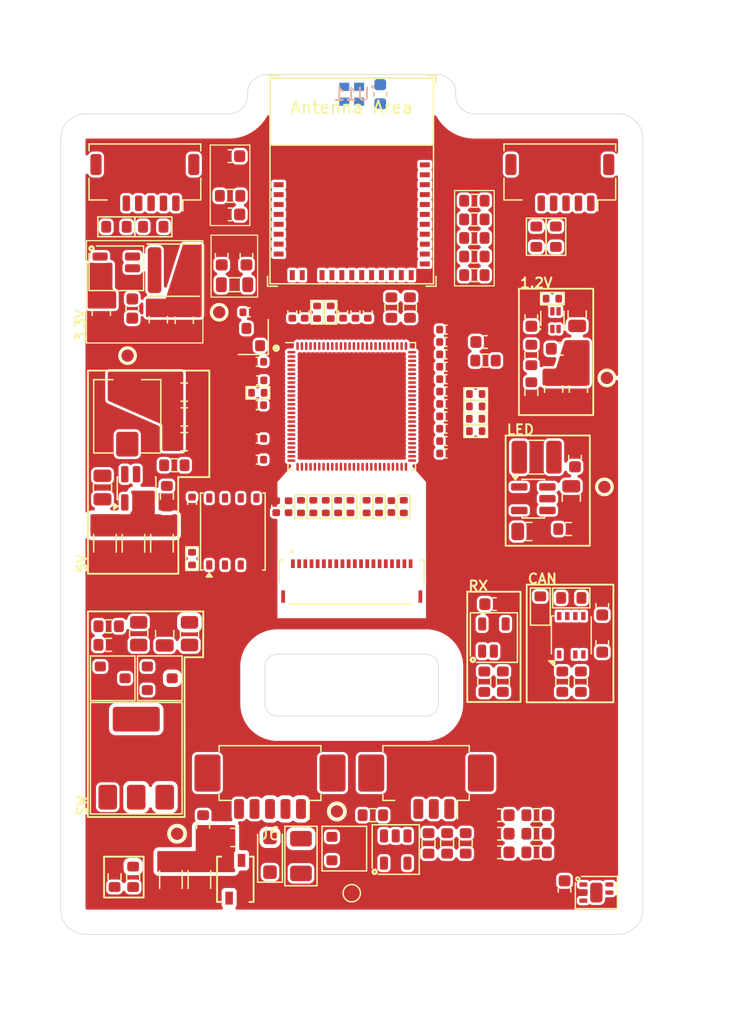
<source format=kicad_pcb>
(kicad_pcb (version 20241229) (generator "pcbnew") (generator_version "9.0")
  (layers (0 "F.Cu" signal) (4 "In1.Cu" signal) (6 "In2.Cu" signal) (8 "In3.Cu" signal) (10 "In4.Cu" signal) (2 "B.Cu" signal) (13 "F.Paste" user) (15 "B.Paste" user) (5 "F.SilkS" user "F.Silkscreen") (7 "B.SilkS" user "B.Silkscreen") (1 "F.Mask" user) (3 "B.Mask" user) (25 "Edge.Cuts" user))
  (net 0 "")
  (net 1 "GND")
  (net 2 "+5V")
  (net 3 "+3.3V")
  (net 4 "VBUS")
  (net 5 "/MCU/FLASH_CK")
  (net 6 "+1V2")
  (net 7 "/MCU/SDIO_DATA0")
  (net 8 "Net-(U5-SW)")
  (net 9 "Net-(U5-CB)")
  (net 10 "/MCU/FB_DCDC")
  (net 11 "+3.3VA")
  (net 12 "/Display/LEDA")
  (net 13 "Net-(U12-GPIO8)")
  (net 15 "/Wireless/RESET")
  (net 16 "/MCU/FLASH_CS")
  (net 17 "+BATT")
  (net 18 "Net-(D1-K)")
  (net 19 "/Connection/GND_IN")
  (net 20 "/MCU/XTAL_P")
  (net 21 "/Connection/Button_P")
  (net 24 "/Connection/Button_U")
  (net 25 "/MCU/VDDO_PSRAM")
  (net 29 "/MCU/FLASH_HOLD")
  (net 30 "/MCU/EN_DCDC")
  (net 31 "/Connection/Button_D_IN")
  (net 32 "/Display/DISPLAY_RESET")
  (net 35 "/Connection/Button_D")
  (net 36 "Net-(U2-SW)")
  (net 38 "/Connection/Button_P_IN")
  (net 42 "/MCU/FLASH_WP")
  (net 44 "Net-(U2-BST)")
  (net 47 "/MCU/FLASH_Q")
  (net 48 "/MCU/FLASH_D")
  (net 52 "/Display/DISPLAY_TE")
  (net 54 "/Display/LEDK")
  (net 56 "/Wireless/BOOT")
  (net 57 "/Connection/RX{slash}CANH")
  (net 58 "/Connection/TX{slash}CANL")
  (net 59 "/Connection/SW")
  (net 60 "Net-(U5-FB)")
  (net 62 "/Connection/Button_U_IN")
  (net 63 "/MCU/VDDO_4")
  (net 68 "/MCU/EN")
  (net 69 "/Wireless/JTAG_DP")
  (net 71 "Net-(DZ1-A)")
  (net 72 "Net-(C13-Pad1)")
  (net 73 "/IO/SCL_MCU")
  (net 74 "/IO/SDA_MCU")
  (net 75 "Net-(D3-VP)")
  (net 79 "/MCU/XTAL_N")
  (net 82 "/MCU/SDIO_DATA3")
  (net 84 "/MCU/JTAG_DP")
  (net 85 "/MCU/BOOT")
  (net 88 "Net-(U1-GPIO36)")
  (net 90 "/MCU/VDDO_3")
  (net 91 "/MCU/SDIO_CLK")
  (net 92 "/MCU/VDDO_FLASH")
  (net 93 "Net-(J2-Pin_4)")
  (net 98 "Net-(U1-DSI_REXT)")
  (net 105 "Net-(J2-Pin_5)")
  (net 117 "/MCU/SDIO_DATA2")
  (net 118 "/MCU/SDIO_CMD")
  (net 119 "/MCU/SDIO_DATA1")
  (net 120 "Net-(C39-Pad1)")
  (net 121 "Net-(C40-Pad1)")
  (net 123 "Net-(U4-SW)")
  (net 124 "Net-(U6-SW)")
  (net 125 "Net-(Q2-D)")
  (net 126 "Net-(Q2-G)")
  (net 127 "/Connection/CANH")
  (net 128 "/Connection/CANL")
  (net 129 "Net-(U3-STBY)")
  (net 130 "/IO/SW_MCU")
  (net 131 "/Display/LED_PWM")
  (net 132 "/IO/VBUS_MCU")
  (net 133 "/Connection/RX")
  (net 134 "/MCU/TX1")
  (net 137 "/MCU/RX1")
  (net 139 "/Wireless/JTAG_DN")
  (net 140 "/MCU/JTAG_DN")
  (net 141 "/Display/MIPI_CLP")
  (net 142 "/Display/MIPI_D0N")
  (net 143 "/Display/MIPI_D0P")
  (net 144 "/Display/MIPI_D1N")
  (net 145 "/Display/MIPI_D1P")
  (net 146 "/Display/MIPI_CLN")
  (net 147 "/MCU/MIPI_MCU_D1P")
  (net 148 "/MCU/MIPI_MCU_D1N")
  (net 149 "/MCU/MIPI_MCU_CLN")
  (net 150 "/MCU/MIPI_MCU_CLP")
  (net 151 "/MCU/MIPI_MCU_D0P")
  (net 152 "/MCU/MIPI_MCU_D0N")
  (net 153 "Net-(J4-Pin_4)")
  (net 154 "Net-(J4-Pin_5)")
  (net 155 "Net-(U1-CSI_REXT)")
  (net 159 "/MCU/C6_WKUP")
  (net 163 "Net-(U4-FB)")
  (footprint "PCM_Espressif:ESP32-P4" (layer "F.Cu") (at 208.8031 89.200001)
    (property "Reference" "U1" (hide yes))
    (property "Value" "~" (hide yes))
    (pad "1" smd oval (at -4.875 -4.375 90) (size 0.2 0.65) (layers "F.Cu" "F.Mask" "F.Paste"))
    (pad "2" smd oval (at -4.875 -4.025 90) (size 0.2 0.65) (layers "F.Cu" "F.Mask" "F.Paste"))
    (pad "3" smd oval (at -4.875 -3.675 90) (size 0.2 0.65) (layers "F.Cu" "F.Mask" "F.Paste"))
    (pad "4" smd oval (at -4.875 -3.325 90) (size 0.2 0.65) (layers "F.Cu" "F.Mask" "F.Paste"))
    (pad "5" smd oval (at -4.875 -2.975 90) (size 0.2 0.65) (layers "F.Cu" "F.Mask" "F.Paste") (net 159 "/MCU/C6_WKUP"))
    (pad "6" smd oval (at -4.875 -2.625 90) (size 0.2 0.65) (layers "F.Cu" "F.Mask" "F.Paste") (net 24 "/Connection/Button_U"))
    (pad "7" smd oval (at -4.875 -2.275 90) (size 0.2 0.65) (layers "F.Cu" "F.Mask" "F.Paste") (net 21 "/Connection/Button_P"))
    (pad "8" smd oval (at -4.875 -1.925 90) (size 0.2 0.65) (layers "F.Cu" "F.Mask" "F.Paste") (net 35 "/Connection/Button_D"))
    (pad "9" smd oval (at -4.875 -1.575 90) (size 0.2 0.65) (layers "F.Cu" "F.Mask" "F.Paste") (net 3 "+3.3V"))
    (pad "10" smd oval (at -4.875 -1.225 90) (size 0.2 0.65) (layers "F.Cu" "F.Mask" "F.Paste") (net 130 "/IO/SW_MCU"))
    (pad "11" smd oval (at -4.875 -0.875 90) (size 0.2 0.65) (layers "F.Cu" "F.Mask" "F.Paste") (net 131 "/Display/LED_PWM"))
    (pad "12" smd oval (at -4.875 -0.525 90) (size 0.2 0.65) (layers "F.Cu" "F.Mask" "F.Paste") (net 52 "/Display/DISPLAY_TE"))
    (pad "13" smd oval (at -4.875 -0.175 90) (size 0.2 0.65) (layers "F.Cu" "F.Mask" "F.Paste") (net 32 "/Display/DISPLAY_RESET"))
    (pad "14" smd oval (at -4.875 0.175 90) (size 0.2 0.65) (layers "F.Cu" "F.Mask" "F.Paste"))
    (pad "15" smd oval (at -4.875 0.525 90) (size 0.2 0.65) (layers "F.Cu" "F.Mask" "F.Paste") (net 7 "/MCU/SDIO_DATA0"))
    (pad "16" smd oval (at -4.875 0.875 90) (size 0.2 0.65) (layers "F.Cu" "F.Mask" "F.Paste") (net 119 "/MCU/SDIO_DATA1"))
    (pad "17" smd oval (at -4.875 1.225 90) (size 0.2 0.65) (layers "F.Cu" "F.Mask" "F.Paste") (net 117 "/MCU/SDIO_DATA2"))
    (pad "18" smd oval (at -4.875 1.575 90) (size 0.2 0.65) (layers "F.Cu" "F.Mask" "F.Paste") (net 82 "/MCU/SDIO_DATA3"))
    (pad "19" smd oval (at -4.875 1.925 90) (size 0.2 0.65) (layers "F.Cu" "F.Mask" "F.Paste") (net 91 "/MCU/SDIO_CLK"))
    (pad "20" smd oval (at -4.875 2.275 90) (size 0.2 0.65) (layers "F.Cu" "F.Mask" "F.Paste") (net 118 "/MCU/SDIO_CMD"))
    (pad "21" smd oval (at -4.875 2.625 90) (size 0.2 0.65) (layers "F.Cu" "F.Mask" "F.Paste") (net 3 "+3.3V"))
    (pad "22" smd oval (at -4.875 2.975 90) (size 0.2 0.65) (layers "F.Cu" "F.Mask" "F.Paste"))
    (pad "23" smd oval (at -4.875 3.325 90) (size 0.2 0.65) (layers "F.Cu" "F.Mask" "F.Paste") (net 137 "/MCU/RX1"))
    (pad "24" smd oval (at -4.875 3.675 90) (size 0.2 0.65) (layers "F.Cu" "F.Mask" "F.Paste") (net 134 "/MCU/TX1"))
    (pad "25" smd oval (at -4.875 4.025 90) (size 0.2 0.65) (layers "F.Cu" "F.Mask" "F.Paste"))
    (pad "26" smd oval (at -4.875 4.375 90) (size 0.2 0.65) (layers "F.Cu" "F.Mask" "F.Paste") (net 6 "+1V2"))
    (pad "27" smd oval (at -4.375 4.875) (size 0.2 0.65) (layers "F.Cu" "F.Mask" "F.Paste") (net 16 "/MCU/FLASH_CS"))
    (pad "28" smd oval (at -4.025 4.875) (size 0.2 0.65) (layers "F.Cu" "F.Mask" "F.Paste") (net 47 "/MCU/FLASH_Q"))
    (pad "29" smd oval (at -3.675 4.875) (size 0.2 0.65) (layers "F.Cu" "F.Mask" "F.Paste") (net 42 "/MCU/FLASH_WP"))
    (pad "30" smd oval (at -3.325 4.875) (size 0.2 0.65) (layers "F.Cu" "F.Mask" "F.Paste") (net 3 "+3.3V"))
    (pad "31" smd oval (at -2.975 4.875) (size 0.2 0.65) (layers "F.Cu" "F.Mask" "F.Paste") (net 29 "/MCU/FLASH_HOLD"))
    (pad "32" smd oval (at -2.625 4.875) (size 0.2 0.65) (layers "F.Cu" "F.Mask" "F.Paste") (net 5 "/MCU/FLASH_CK"))
    (pad "33" smd oval (at -2.275 4.875) (size 0.2 0.65) (layers "F.Cu" "F.Mask" "F.Paste") (net 48 "/MCU/FLASH_D"))
    (pad "34" smd oval (at -1.925 4.875) (size 0.2 0.65) (layers "F.Cu" "F.Mask" "F.Paste") (net 98 "Net-(U1-DSI_REXT)"))
    (pad "35" smd oval (at -1.575 4.875) (size 0.2 0.65) (layers "F.Cu" "F.Mask" "F.Paste") (net 147 "/MCU/MIPI_MCU_D1P"))
    (pad "36" smd oval (at -1.225 4.875) (size 0.2 0.65) (layers "F.Cu" "F.Mask" "F.Paste") (net 148 "/MCU/MIPI_MCU_D1N"))
    (pad "37" smd oval (at -0.875 4.875) (size 0.2 0.65) (layers "F.Cu" "F.Mask" "F.Paste") (net 149 "/MCU/MIPI_MCU_CLN"))
    (pad "38" smd oval (at -0.525 4.875) (size 0.2 0.65) (layers "F.Cu" "F.Mask" "F.Paste") (net 150 "/MCU/MIPI_MCU_CLP"))
    (pad "39" smd oval (at -0.175 4.875) (size 0.2 0.65) (layers "F.Cu" "F.Mask" "F.Paste") (net 151 "/MCU/MIPI_MCU_D0P"))
    (pad "40" smd oval (at 0.175 4.875) (size 0.2 0.65) (layers "F.Cu" "F.Mask" "F.Paste") (net 152 "/MCU/MIPI_MCU_D0N"))
    (pad "41" smd oval (at 0.525 4.875) (size 0.2 0.65) (layers "F.Cu" "F.Mask" "F.Paste") (net 90 "/MCU/VDDO_3"))
    (pad "42" smd oval (at 0.875 4.875) (size 0.2 0.65) (layers "F.Cu" "F.Mask" "F.Paste"))
    (pad "43" smd oval (at 1.225 4.875) (size 0.2 0.65) (layers "F.Cu" "F.Mask" "F.Paste"))
    (pad "44" smd oval (at 1.575 4.875) (size 0.2 0.65) (layers "F.Cu" "F.Mask" "F.Paste"))
    (pad "45" smd oval (at 1.925 4.875) (size 0.2 0.65) (layers "F.Cu" "F.Mask" "F.Paste"))
    (pad "46" smd oval (at 2.275 4.875) (size 0.2 0.65) (layers "F.Cu" "F.Mask" "F.Paste"))
    (pad "47" smd oval (at 2.625 4.875) (size 0.2 0.65) (layers "F.Cu" "F.Mask" "F.Paste"))
    (pad "48" smd oval (at 2.975 4.875) (size 0.2 0.65) (layers "F.Cu" "F.Mask" "F.Paste") (net 155 "Net-(U1-CSI_REXT)"))
    (pad "49" smd oval (at 3.325 4.875) (size 0.2 0.65) (layers "F.Cu" "F.Mask" "F.Paste"))
    (pad "50" smd oval (at 3.675 4.875) (size 0.2 0.65) (layers "F.Cu" "F.Mask" "F.Paste"))
    (pad "51" smd oval (at 4.025 4.875) (size 0.2 0.65) (layers "F.Cu" "F.Mask" "F.Paste") (net 3 "+3.3V"))
    (pad "52" smd oval (at 4.375 4.875) (size 0.2 0.65) (layers "F.Cu" "F.Mask" "F.Paste") (net 140 "/MCU/JTAG_DN"))
    (pad "53" smd oval (at 4.875 4.375 90) (size 0.2 0.65) (layers "F.Cu" "F.Mask" "F.Paste") (net 84 "/MCU/JTAG_DP"))
    (pad "54" smd oval (at 4.875 4.025 90) (size 0.2 0.65) (layers "F.Cu" "F.Mask" "F.Paste"))
    (pad "55" smd oval (at 4.875 3.675 90) (size 0.2 0.65) (layers "F.Cu" "F.Mask" "F.Paste"))
    (pad "56" smd oval (at 4.875 3.325 90) (size 0.2 0.65) (layers "F.Cu" "F.Mask" "F.Paste"))
    (pad "57" smd oval (at 4.875 2.975 90) (size 0.2 0.65) (layers "F.Cu" "F.Mask" "F.Paste"))
    (pad "58" smd oval (at 4.875 2.625 90) (size 0.2 0.65) (layers "F.Cu" "F.Mask" "F.Paste"))
    (pad "59" smd oval (at 4.875 2.275 90) (size 0.2 0.65) (layers "F.Cu" "F.Mask" "F.Paste") (net 25 "/MCU/VDDO_PSRAM"))
    (pad "60" smd oval (at 4.875 1.925 90) (size 0.2 0.65) (layers "F.Cu" "F.Mask" "F.Paste") (net 73 "/IO/SCL_MCU"))
    (pad "61" smd oval (at 4.875 1.575 90) (size 0.2 0.65) (layers "F.Cu" "F.Mask" "F.Paste") (net 74 "/IO/SDA_MCU"))
    (pad "62" smd oval (at 4.875 1.225 90) (size 0.2 0.65) (layers "F.Cu" "F.Mask" "F.Paste") (net 3 "+3.3V"))
    (pad "63" smd oval (at 4.875 0.875 90) (size 0.2 0.65) (layers "F.Cu" "F.Mask" "F.Paste"))
    (pad "64" smd oval (at 4.875 0.525 90) (size 0.2 0.65) (layers "F.Cu" "F.Mask" "F.Paste"))
    (pad "65" smd oval (at 4.875 0.175 90) (size 0.2 0.65) (layers "F.Cu" "F.Mask" "F.Paste"))
    (pad "66" smd oval (at 4.875 -0.175 90) (size 0.2 0.65) (layers "F.Cu" "F.Mask" "F.Paste") (net 85 "/MCU/BOOT"))
    (pad "67" smd oval (at 4.875 -0.525 90) (size 0.2 0.65) (layers "F.Cu" "F.Mask" "F.Paste") (net 25 "/MCU/VDDO_PSRAM"))
    (pad "68" smd oval (at 4.875 -0.875 90) (size 0.2 0.65) (layers "F.Cu" "F.Mask" "F.Paste") (net 88 "Net-(U1-GPIO36)"))
    (pad "69" smd oval (at 4.875 -1.225 90) (size 0.2 0.65) (layers "F.Cu" "F.Mask" "F.Paste"))
    (pad "70" smd oval (at 4.875 -1.575 90) (size 0.2 0.65) (layers "F.Cu" "F.Mask" "F.Paste"))
    (pad "71" smd oval (at 4.875 -1.925 90) (size 0.2 0.65) (layers "F.Cu" "F.Mask" "F.Paste") (net 92 "/MCU/VDDO_FLASH"))
    (pad "72" smd oval (at 4.875 -2.275 90) (size 0.2 0.65) (layers "F.Cu" "F.Mask" "F.Paste") (net 25 "/MCU/VDDO_PSRAM"))
    (pad "73" smd oval (at 4.875 -2.625 90) (size 0.2 0.65) (layers "F.Cu" "F.Mask" "F.Paste") (net 90 "/MCU/VDDO_3"))
    (pad "74" smd oval (at 4.875 -2.975 90) (size 0.2 0.65) (layers "F.Cu" "F.Mask" "F.Paste") (net 63 "/MCU/VDDO_4"))
    (pad "75" smd oval (at 4.875 -3.325 90) (size 0.2 0.65) (layers "F.Cu" "F.Mask" "F.Paste") (net 3 "+3.3V"))
    (pad "76" smd oval (at 4.875 -3.675 90) (size 0.2 0.65) (layers "F.Cu" "F.Mask" "F.Paste") (net 6 "+1V2"))
    (pad "77" smd oval (at 4.875 -4.025 90) (size 0.2 0.65) (layers "F.Cu" "F.Mask" "F.Paste") (net 3 "+3.3V"))
    (pad "78" smd oval (at 4.875 -4.375 90) (size 0.2 0.65) (layers "F.Cu" "F.Mask" "F.Paste") (net 10 "/MCU/FB_DCDC"))
    (pad "79" smd oval (at 4.375 -4.875) (size 0.2 0.65) (layers "F.Cu" "F.Mask" "F.Paste") (net 30 "/MCU/EN_DCDC"))
    (pad "80" smd oval (at 4.025 -4.875) (size 0.2 0.65) (layers "F.Cu" "F.Mask" "F.Paste"))
    (pad "81" smd oval (at 3.675 -4.875) (size 0.2 0.65) (layers "F.Cu" "F.Mask" "F.Paste"))
    (pad "82" smd oval (at 3.325 -4.875) (size 0.2 0.65) (layers "F.Cu" "F.Mask" "F.Paste"))
    (pad "83" smd oval (at 2.975 -4.875) (size 0.2 0.65) (layers "F.Cu" "F.Mask" "F.Paste"))
    (pad "84" smd oval (at 2.625 -4.875) (size 0.2 0.65) (layers "F.Cu" "F.Mask" "F.Paste"))
    (pad "85" smd oval (at 2.275 -4.875) (size 0.2 0.65) (layers "F.Cu" "F.Mask" "F.Paste") (net 3 "+3.3V"))
    (pad "86" smd oval (at 1.925 -4.875) (size 0.2 0.65) (layers "F.Cu" "F.Mask" "F.Paste"))
    (pad "87" smd oval (at 1.575 -4.875) (size 0.2 0.65) (layers "F.Cu" "F.Mask" "F.Paste"))
    (pad "88" smd oval (at 1.225 -4.875) (size 0.2 0.65) (layers "F.Cu" "F.Mask" "F.Paste"))
    (pad "89" smd oval (at 0.875 -4.875) (size 0.2 0.65) (layers "F.Cu" "F.Mask" "F.Paste"))
    (pad "90" smd oval (at 0.525 -4.875) (size 0.2 0.65) (layers "F.Cu" "F.Mask" "F.Paste"))
    (pad "91" smd oval (at 0.175 -4.875) (size 0.2 0.65) (layers "F.Cu" "F.Mask" "F.Paste") (net 6 "+1V2"))
    (pad "92" smd oval (at -0.175 -4.875) (size 0.2 0.65) (layers "F.Cu" "F.Mask" "F.Paste") (net 132 "/IO/VBUS_MCU"))
    (pad "93" smd oval (at -0.525 -4.875) (size 0.2 0.65) (layers "F.Cu" "F.Mask" "F.Paste"))
    (pad "94" smd oval (at -0.875 -4.875) (size 0.2 0.65) (layers "F.Cu" "F.Mask" "F.Paste"))
    (pad "95" smd oval (at -1.225 -4.875) (size 0.2 0.65) (layers "F.Cu" "F.Mask" "F.Paste"))
    (pad "96" smd oval (at -1.575 -4.875) (size 0.2 0.65) (layers "F.Cu" "F.Mask" "F.Paste") (net 3 "+3.3V"))
    (pad "97" smd oval (at -1.925 -4.875) (size 0.2 0.65) (layers "F.Cu" "F.Mask" "F.Paste"))
    (pad "98" smd oval (at -2.275 -4.875) (size 0.2 0.65) (layers "F.Cu" "F.Mask" "F.Paste"))
    (pad "99" smd oval (at -2.625 -4.875) (size 0.2 0.65) (layers "F.Cu" "F.Mask" "F.Paste") (net 79 "/MCU/XTAL_N"))
    (pad "100" smd oval (at -2.975 -4.875) (size 0.2 0.65) (layers "F.Cu" "F.Mask" "F.Paste") (net 20 "/MCU/XTAL_P"))
    (pad "101" smd oval (at -3.325 -4.875) (size 0.2 0.65) (layers "F.Cu" "F.Mask" "F.Paste") (net 11 "+3.3VA"))
    (pad "102" smd oval (at -3.675 -4.875) (size 0.2 0.65) (layers "F.Cu" "F.Mask" "F.Paste") (net 3 "+3.3V"))
    (pad "103" smd oval (at -4.025 -4.875) (size 0.2 0.65) (layers "F.Cu" "F.Mask" "F.Paste") (net 68 "/MCU/EN"))
    (pad "104" smd oval (at -4.375 -4.875) (size 0.2 0.65) (layers "F.Cu" "F.Mask" "F.Paste"))
    (pad "105" smd rect (at -2.7 -2.7) (size 2.1 2.1) (layers "F.Cu" "F.Mask" "F.Paste") (net 1 "GND"))
    (pad "105" smd rect (at -2.7 0) (size 2.1 2.1) (layers "F.Cu" "F.Mask" "F.Paste") (net 1 "GND"))
    (pad "105" smd rect (at -2.7 2.7) (size 2.1 2.1) (layers "F.Cu" "F.Mask" "F.Paste") (net 1 "GND"))
    (pad "105" smd rect (at 0 -2.7) (size 2.1 2.1) (layers "F.Cu" "F.Mask" "F.Paste") (net 1 "GND"))
    (pad "105" smd rect (at 0 0) (size 2.1 2.1) (layers "F.Cu" "F.Mask" "F.Paste") (net 1 "GND"))
    (pad "105" smd rect (at 0 2.7) (size 2.1 2.1) (layers "F.Cu" "F.Mask" "F.Paste") (net 1 "GND"))
    (pad "105" smd rect (at 2.7 -2.7) (size 2.1 2.1) (layers "F.Cu" "F.Mask" "F.Paste") (net 1 "GND"))
    (pad "105" smd rect (at 2.7 0) (size 2.1 2.1) (layers "F.Cu" "F.Mask" "F.Paste") (net 1 "GND"))
    (pad "105" smd rect (at 2.7 2.7) (size 2.1 2.1) (layers "F.Cu" "F.Mask" "F.Paste") (net 1 "GND"))
  )
  (footprint "Capacitor_SMD:C_0603_1608Metric" (layer "F.Cu") (at 200.3031 77.000001 90)
    (property "Reference" "C32" (hide yes))
    (property "Value" "1uF" (hide yes))
    (pad "1" smd roundrect (at -0.775 0 90) (size 0.9 0.95) (layers "F.Cu" "F.Mask" "F.Paste") (net 3 "+3.3V"))
    (pad "2" smd roundrect (at 0.775 0 90) (size 0.9 0.95) (layers "F.Cu" "F.Mask" "F.Paste") (net 1 "GND"))
  )
  (footprint "PCM_Resistor_SMD_AKL:R_0402_1005Metric" (layer "F.Cu") (at 210.0031 97.290001 90)
    (property "Reference" "R40" (hide yes))
    (property "Value" "0" (hide yes))
    (pad "1" smd roundrect (at -0.51 0 90) (size 0.54 0.64) (layers "F.Cu" "F.Mask" "F.Paste") (net 143 "/Display/MIPI_D0P"))
    (pad "2" smd roundrect (at 0.51 0 90) (size 0.54 0.64) (layers "F.Cu" "F.Mask" "F.Paste") (net 151 "/MCU/MIPI_MCU_D0P"))
  )
  (footprint "TestPoint:TestPoint_Pad_D1.0mm" (layer "F.Cu") (at 194.7031 123.700001)
    (property "Reference" "TP8" (hide yes))
    (property "Value" "VBUS" (hide yes))
    (pad "1" smd circle (at 0 0) (size 1 1) (layers "F.Cu" "F.Mask") (net 4 "VBUS"))
  )
  (footprint "Capacitor_SMD:C_0402_1005Metric" (layer "F.Cu") (at 216.3831 85.000001)
    (property "Reference" "C56" (hide yes))
    (property "Value" "100nF" (hide yes))
    (pad "1" smd roundrect (at -0.48 0) (size 0.56 0.62) (layers "F.Cu" "F.Mask" "F.Paste") (net 3 "+3.3V"))
    (pad "2" smd roundrect (at 0.48 0) (size 0.56 0.62) (layers "F.Cu" "F.Mask" "F.Paste") (net 1 "GND"))
  )
  (footprint "Capacitor_SMD:C_0402_1005Metric" (layer "F.Cu") (at 216.3831 92.000001)
    (property "Reference" "C48" (hide yes))
    (property "Value" "100nF" (hide yes))
    (pad "1" smd roundrect (at -0.48 0) (size 0.56 0.62) (layers "F.Cu" "F.Mask" "F.Paste") (net 25 "/MCU/VDDO_PSRAM"))
    (pad "2" smd roundrect (at 0.48 0) (size 0.56 0.62) (layers "F.Cu" "F.Mask" "F.Paste") (net 1 "GND"))
  )
  (footprint "Capacitor_SMD:C_0402_1005Metric" (layer "F.Cu") (at 216.3831 86.000001)
    (property "Reference" "C44" (hide yes))
    (property "Value" "1uF" (hide yes))
    (pad "1" smd roundrect (at -0.48 0) (size 0.56 0.62) (layers "F.Cu" "F.Mask" "F.Paste") (net 63 "/MCU/VDDO_4"))
    (pad "2" smd roundrect (at 0.48 0) (size 0.56 0.62) (layers "F.Cu" "F.Mask" "F.Paste") (net 1 "GND"))
  )
  (footprint "PCM_Resistor_SMD_AKL:R_0402_1005Metric" (layer "F.Cu") (at 195.9081 101.490001 -90)
    (property "Reference" "R13" (hide yes))
    (property "Value" "10k" (hide yes))
    (pad "1" smd roundrect (at -0.51 0 270) (size 0.54 0.64) (layers "F.Cu" "F.Mask" "F.Paste") (net 3 "+3.3V"))
    (pad "2" smd roundrect (at 0.51 0 270) (size 0.54 0.64) (layers "F.Cu" "F.Mask" "F.Paste") (net 16 "/MCU/FLASH_CS"))
  )
  (footprint "Capacitor_SMD:C_0603_1608Metric" (layer "F.Cu") (at 220.7281 125.200001 180)
    (property "Reference" "C34" (hide yes))
    (property "Value" "100nF" (hide yes))
    (pad "1" smd roundrect (at -0.775 0 180) (size 0.9 0.95) (layers "F.Cu" "F.Mask" "F.Paste") (net 35 "/Connection/Button_D"))
    (pad "2" smd roundrect (at 0.775 0 180) (size 0.9 0.95) (layers "F.Cu" "F.Mask" "F.Paste") (net 1 "GND"))
  )
  (footprint "PCM_Resistor_SMD_AKL:R_0402_1005Metric" (layer "F.Cu") (at 218.8031 90.200001)
    (property "Reference" "R42" (hide yes))
    (property "Value" "4.7k" (hide yes))
    (pad "1" smd roundrect (at -0.51 0) (size 0.54 0.64) (layers "F.Cu" "F.Mask" "F.Paste") (net 74 "/IO/SDA_MCU"))
    (pad "2" smd roundrect (at 0.51 0) (size 0.54 0.64) (layers "F.Cu" "F.Mask" "F.Paste") (net 3 "+3.3V"))
  )
  (footprint "Capacitor_SMD:C_0402_1005Metric" (layer "F.Cu") (at 208.1031 81.600001 90)
    (property "Reference" "C59" (hide yes))
    (property "Value" "100nF" (hide yes))
    (pad "1" smd roundrect (at -0.48 0 90) (size 0.56 0.62) (layers "F.Cu" "F.Mask" "F.Paste") (net 3 "+3.3V"))
    (pad "2" smd roundrect (at 0.48 0 90) (size 0.56 0.62) (layers "F.Cu" "F.Mask" "F.Paste") (net 1 "GND"))
  )
  (footprint "PCM_Resistor_SMD_AKL:R_0402_1005Metric" (layer "F.Cu") (at 206.0031 81.600001 90)
    (property "Reference" "R21" (hide yes))
    (property "Value" "0" (hide yes))
    (pad "1" smd roundrect (at -0.51 0 90) (size 0.54 0.64) (layers "F.Cu" "F.Mask" "F.Paste") (net 20 "/MCU/XTAL_P"))
    (pad "2" smd roundrect (at 0.51 0 90) (size 0.54 0.64) (layers "F.Cu" "F.Mask" "F.Paste") (net 120 "Net-(C39-Pad1)"))
  )
  (footprint "PCM_Package_TO_SOT_SMD_AKL:SOT-23" (layer "F.Cu") (at 193.3031 111.150001)
    (property "Reference" "DZ1" (hide yes))
    (property "Value" "BZX84-C12" (hide yes))
    (pad "1" smd roundrect (at -1 -0.95) (size 0.9 0.8) (layers "F.Cu" "F.Mask" "F.Paste") (net 71 "Net-(DZ1-A)"))
    (pad "2" smd roundrect (at -1 0.95) (size 0.9 0.8) (layers "F.Cu" "F.Mask" "F.Paste"))
    (pad "3" smd roundrect (at 1 0) (size 0.9 0.8) (layers "F.Cu" "F.Mask" "F.Paste") (net 17 "+BATT"))
  )
  (footprint "Connector_Molex:Molex_PicoBlade_53261-0471_1x04-1MP_P1.25mm_Horizontal" (layer "F.Cu") (at 214.8031 119.300001 180)
    (property "Reference" "J3" (hide yes))
    (property "Value" "Conn_Buttons")
    (pad "1" smd roundrect (at -1.875 -2.4 180) (size 0.8 1.6) (layers "F.Cu" "F.Mask" "F.Paste") (net 62 "/Connection/Button_U_IN"))
    (pad "2" smd roundrect (at -0.625 -2.4 180) (size 0.8 1.6) (layers "F.Cu" "F.Mask" "F.Paste") (net 38 "/Connection/Button_P_IN"))
    (pad "3" smd roundrect (at 0.625 -2.4 180) (size 0.8 1.6) (layers "F.Cu" "F.Mask" "F.Paste") (net 31 "/Connection/Button_D_IN"))
    (pad "4" smd roundrect (at 1.875 -2.4 180) (size 0.8 1.6) (layers "F.Cu" "F.Mask" "F.Paste") (net 1 "GND"))
    (pad "MP" smd roundrect (at -4.425 0.5 180) (size 2.1 3) (layers "F.Cu" "F.Mask" "F.Paste") (roundrect_rratio 0.119048))
    (pad "MP" smd roundrect (at 4.425 0.5 180) (size 2.1 3) (layers "F.Cu" "F.Mask" "F.Paste") (roundrect_rratio 0.119048))
  )
  (footprint "Capacitor_SMD:C_0603_1608Metric" (layer "F.Cu") (at 229.0281 105.262501 90)
    (property "Reference" "C6" (hide yes))
    (property "Value" "100nF" (hide yes))
    (pad "1" smd roundrect (at -0.775 0 90) (size 0.9 0.95) (layers "F.Cu" "F.Mask" "F.Paste") (net 3 "+3.3V"))
    (pad "2" smd roundrect (at 0.775 0 90) (size 0.9 0.95) (layers "F.Cu" "F.Mask" "F.Paste") (net 1 "GND"))
  )
  (footprint "Resistor_SMD:R_0603_1608Metric" (layer "F.Cu") (at 191.1531 127.175001 -90)
    (property "Reference" "R18" (hide yes))
    (property "Value" "1M" (hide yes))
    (pad "1" smd roundrect (at -0.825 0 270) (size 0.8 0.95) (layers "F.Cu" "F.Mask" "F.Paste") (net 4 "VBUS"))
    (pad "2" smd roundrect (at 0.825 0 270) (size 0.8 0.95) (layers "F.Cu" "F.Mask" "F.Paste") (net 72 "Net-(C13-Pad1)"))
  )
  (footprint "Capacitor_SMD:C_0805_2012Metric" (layer "F.Cu") (at 195.2831 82.250001 -90)
    (property "Reference" "C3" (hide yes))
    (property "Value" "22uF" (hide yes))
    (pad "1" smd roundrect (at -0.95 0 270) (size 1 1.45) (layers "F.Cu" "F.Mask" "F.Paste") (net 3 "+3.3V"))
    (pad "2" smd roundrect (at 0.95 0 270) (size 1 1.45) (layers "F.Cu" "F.Mask" "F.Paste") (net 1 "GND"))
  )
  (footprint "lib:5034802000" (layer "F.Cu") (at 208.8031 103.4)
    (property "Reference" "J1" (hide yes))
    (property "Value" "~" (hide yes))
    (pad "1" smd rect (at -4.75 -1.5) (size 0.3 0.7) (layers "F.Cu" "F.Mask" "F.Paste"))
    (pad "2" smd rect (at -4.25 -1.5) (size 0.3 0.7) (layers "F.Cu" "F.Mask" "F.Paste") (net 54 "/Display/LEDK"))
    (pad "3" smd rect (at -3.75 -1.5) (size 0.3 0.7) (layers "F.Cu" "F.Mask" "F.Paste"))
    (pad "4" smd rect (at -3.25 -1.5) (size 0.3 0.7) (layers "F.Cu" "F.Mask" "F.Paste") (net 12 "/Display/LEDA"))
    (pad "5" smd rect (at -2.75 -1.5) (size 0.3 0.7) (layers "F.Cu" "F.Mask" "F.Paste"))
    (pad "6" smd rect (at -2.25 -1.5) (size 0.3 0.7) (layers "F.Cu" "F.Mask" "F.Paste") (net 3 "+3.3V"))
    (pad "7" smd rect (at -1.75 -1.5) (size 0.3 0.7) (layers "F.Cu" "F.Mask" "F.Paste") (net 3 "+3.3V"))
    (pad "8" smd rect (at -1.25 -1.5) (size 0.3 0.7) (layers "F.Cu" "F.Mask" "F.Paste") (net 52 "/Display/DISPLAY_TE"))
    (pad "9" smd rect (at -0.75 -1.5) (size 0.3 0.7) (layers "F.Cu" "F.Mask" "F.Paste") (net 32 "/Display/DISPLAY_RESET"))
    (pad "10" smd rect (at -0.25 -1.5) (size 0.3 0.7) (layers "F.Cu" "F.Mask" "F.Paste") (net 1 "GND"))
    (pad "11" smd rect (at 0.25 -1.5) (size 0.3 0.7) (layers "F.Cu" "F.Mask" "F.Paste") (net 145 "/Display/MIPI_D1P"))
    (pad "12" smd rect (at 0.75 -1.5) (size 0.3 0.7) (layers "F.Cu" "F.Mask" "F.Paste") (net 144 "/Display/MIPI_D1N"))
    (pad "13" smd rect (at 1.25 -1.5) (size 0.3 0.7) (layers "F.Cu" "F.Mask" "F.Paste") (net 1 "GND"))
    (pad "14" smd rect (at 1.75 -1.5) (size 0.3 0.7) (layers "F.Cu" "F.Mask" "F.Paste") (net 141 "/Display/MIPI_CLP"))
    (pad "15" smd rect (at 2.25 -1.5) (size 0.3 0.7) (layers "F.Cu" "F.Mask" "F.Paste") (net 146 "/Display/MIPI_CLN"))
    (pad "16" smd rect (at 2.75 -1.5) (size 0.3 0.7) (layers "F.Cu" "F.Mask" "F.Paste") (net 1 "GND"))
    (pad "17" smd rect (at 3.25 -1.5) (size 0.3 0.7) (layers "F.Cu" "F.Mask" "F.Paste") (net 143 "/Display/MIPI_D0P"))
    (pad "18" smd rect (at 3.75 -1.5) (size 0.3 0.7) (layers "F.Cu" "F.Mask" "F.Paste") (net 142 "/Display/MIPI_D0N"))
    (pad "19" smd rect (at 4.25 -1.5) (size 0.3 0.7) (layers "F.Cu" "F.Mask" "F.Paste") (net 1 "GND"))
    (pad "20" smd rect (at 4.75 -1.5) (size 0.3 0.7) (layers "F.Cu" "F.Mask" "F.Paste") (net 1 "GND"))
    (pad "MP1" smd rect (at -5.54 1.15) (size 0.3 1) (layers "F.Cu" "F.Mask" "F.Paste"))
    (pad "MP2" smd rect (at 5.54 1.15) (size 0.3 1) (layers "F.Cu" "F.Mask" "F.Paste"))
  )
  (footprint "Resistor_SMD:R_0603_1608Metric" (layer "F.Cu") (at 189.1781 108.450001)
    (property "Reference" "R17" (hide yes))
    (property "Value" "10k" (hide yes))
    (pad "1" smd roundrect (at -0.825 0) (size 0.8 0.95) (layers "F.Cu" "F.Mask" "F.Paste") (net 126 "Net-(Q2-G)"))
    (pad "2" smd roundrect (at 0.825 0) (size 0.8 0.95) (layers "F.Cu" "F.Mask" "F.Paste") (net 1 "GND"))
  )
  (footprint "PCM_Resistor_SMD_AKL:R_0402_1005Metric" (layer "F.Cu") (at 218.8131 88.200001 180)
    (property "Reference" "R45" (hide yes))
    (property "Value" "10k" (hide yes))
    (pad "1" smd roundrect (at -0.51 0 180) (size 0.54 0.64) (layers "F.Cu" "F.Mask" "F.Paste") (net 3 "+3.3V"))
    (pad "2" smd roundrect (at 0.51 0 180) (size 0.54 0.64) (layers "F.Cu" "F.Mask" "F.Paste") (net 88 "Net-(U1-GPIO36)"))
  )
  (footprint "Inductor_SMD:L_0603_1608Metric" (layer "F.Cu") (at 225.7031 84.550001)
    (property "Reference" "L3" (hide yes))
    (property "Value" "220nH" (hide yes))
    (pad "1" smd roundrect (at -0.7875 0) (size 0.875 0.95) (layers "F.Cu" "F.Mask" "F.Paste") (net 123 "Net-(U4-SW)"))
    (pad "2" smd roundrect (at 0.7875 0) (size 0.875 0.95) (layers "F.Cu" "F.Mask" "F.Paste") (net 6 "+1V2"))
  )
  (footprint "Capacitor_SMD:C_0402_1005Metric" (layer "F.Cu") (at 201.2231 87.100001 180)
    (property "Reference" "C18" (hide yes))
    (property "Value" "100nF" (hide yes))
    (pad "1" smd roundrect (at -0.48 0 180) (size 0.56 0.62) (layers "F.Cu" "F.Mask" "F.Paste") (net 68 "/MCU/EN"))
    (pad "2" smd roundrect (at 0.48 0 180) (size 0.56 0.62) (layers "F.Cu" "F.Mask" "F.Paste") (net 1 "GND"))
  )
  (footprint "PCM_Resistor_SMD_AKL:R_0603_1608Metric" (layer "F.Cu") (at 226.5281 104.662501)
    (property "Reference" "R1" (hide yes))
    (property "Value" "120R" (hide yes))
    (pad "1" smd roundrect (at -0.825 0) (size 0.8 0.95) (layers "F.Cu" "F.Mask" "F.Paste") (net 127 "/Connection/CANH"))
    (pad "2" smd roundrect (at 0.825 0) (size 0.8 0.95) (layers "F.Cu" "F.Mask" "F.Paste") (net 128 "/Connection/CANL"))
  )
  (footprint "Capacitor_SMD:C_0603_1608Metric" (layer "F.Cu") (at 229.0281 108.262501 90)
    (property "Reference" "C5" (hide yes))
    (property "Value" "100nF" (hide yes))
    (pad "1" smd roundrect (at -0.775 0 90) (size 0.9 0.95) (layers "F.Cu" "F.Mask" "F.Paste") (net 2 "+5V"))
    (pad "2" smd roundrect (at 0.775 0 90) (size 0.9 0.95) (layers "F.Cu" "F.Mask" "F.Paste") (net 1 "GND"))
  )
  (footprint "Resistor_SMD:R_0603_1608Metric" (layer "F.Cu") (at 225.8031 111.425001 -90)
    (property "Reference" "R28" (hide yes))
    (property "Value" "0" (hide yes))
    (pad "1" smd roundrect (at -0.825 0 270) (size 0.8 0.95) (layers "F.Cu" "F.Mask" "F.Paste") (net 127 "/Connection/CANH"))
    (pad "2" smd roundrect (at 0.825 0 270) (size 0.8 0.95) (layers "F.Cu" "F.Mask" "F.Paste") (net 57 "/Connection/RX{slash}CANH"))
  )
  (footprint "Resistor_SMD:R_0603_1608Metric" (layer "F.Cu") (at 198.9781 72.200001)
    (property "Reference" "R24" (hide yes))
    (property "Value" "10k" (hide yes))
    (pad "1" smd roundrect (at -0.825 0) (size 0.8 0.95) (layers "F.Cu" "F.Mask" "F.Paste") (net 3 "+3.3V"))
    (pad "2" smd roundrect (at 0.825 0) (size 0.8 0.95) (layers "F.Cu" "F.Mask" "F.Paste") (net 15 "/Wireless/RESET"))
  )
  (footprint "PCM_Resistor_SMD_AKL:R_0402_1005Metric" (layer "F.Cu") (at 201.2231 88.100001)
    (property "Reference" "R44" (hide yes))
    (property "Value" "10k" (hide yes))
    (pad "1" smd roundrect (at -0.51 0) (size 0.54 0.64) (layers "F.Cu" "F.Mask" "F.Paste") (net 3 "+3.3V"))
    (pad "2" smd roundrect (at 0.51 0) (size 0.54 0.64) (layers "F.Cu" "F.Mask" "F.Paste") (net 68 "/MCU/EN"))
  )
  (footprint "Resistor_SMD:R_0603_1608Metric" (layer "F.Cu") (at 218.7031 77.100001)
    (property "Reference" "R30" (hide yes))
    (property "Value" "51k" (hide yes))
    (pad "1" smd roundrect (at -0.825 0) (size 0.8 0.95) (layers "F.Cu" "F.Mask" "F.Paste") (net 7 "/MCU/SDIO_DATA0"))
    (pad "2" smd roundrect (at 0.825 0) (size 0.8 0.95) (layers "F.Cu" "F.Mask" "F.Paste") (net 3 "+3.3V"))
  )
  (footprint "PCM_Resistor_SMD_AKL:R_0603_1608Metric" (layer "F.Cu") (at 192.7781 74.700001)
    (property "Reference" "R49" (hide yes))
    (property "Value" "33" (hide yes))
    (pad "1" smd roundrect (at -0.825 0) (size 0.8 0.95) (layers "F.Cu" "F.Mask" "F.Paste") (net 93 "Net-(J2-Pin_4)"))
    (pad "2" smd roundrect (at 0.825 0) (size 0.8 0.95) (layers "F.Cu" "F.Mask" "F.Paste") (net 69 "/Wireless/JTAG_DP"))
  )
  (footprint "Capacitor_SMD:C_0402_1005Metric" (layer "F.Cu") (at 216.3831 91.000001)
    (property "Reference" "C51" (hide yes))
    (property "Value" "100nF" (hide yes))
    (pad "1" smd roundrect (at -0.48 0) (size 0.56 0.62) (layers "F.Cu" "F.Mask" "F.Paste") (net 3 "+3.3V"))
    (pad "2" smd roundrect (at 0.48 0) (size 0.56 0.62) (layers "F.Cu" "F.Mask" "F.Paste") (net 1 "GND"))
  )
  (footprint "Resistor_SMD:R_0603_1608Metric" (layer "F.Cu") (at 189.6531 127.175001 90)
    (property "Reference" "R19" (hide yes))
    (property "Value" "47k" (hide yes))
    (pad "1" smd roundrect (at -0.825 0 90) (size 0.8 0.95) (layers "F.Cu" "F.Mask" "F.Paste") (net 72 "Net-(C13-Pad1)"))
    (pad "2" smd roundrect (at 0.825 0 90) (size 0.8 0.95) (layers "F.Cu" "F.Mask" "F.Paste") (net 1 "GND"))
  )
  (footprint "Capacitor_SMD:C_1206_3216Metric" (layer "F.Cu") (at 191.1781 100.250001 -90)
    (property "Reference" "C8" (hide yes))
    (property "Value" "1uF/100V" (hide yes))
    (pad "1" smd roundrect (at -1.475 0 270) (size 1.15 1.8) (layers "F.Cu" "F.Mask" "F.Paste") (roundrect_rratio 0.217391) (net 4 "VBUS"))
    (pad "2" smd roundrect (at 1.475 0 270) (size 1.15 1.8) (layers "F.Cu" "F.Mask" "F.Paste") (roundrect_rratio 0.217391) (net 1 "GND"))
  )
  (footprint "Inductor_SMD:L_Bourns_SRP5030T" (layer "F.Cu") (at 190.6781 90.000001 90)
    (property "Reference" "L1" (hide yes))
    (property "Value" "8.2uH" (hide yes))
    (pad "1" smd roundrect (at -2.25 0 90) (size 2 1.8) (layers "F.Cu" "F.Mask" "F.Paste") (roundrect_rratio 0.138889) (net 8 "Net-(U5-SW)"))
    (pad "2" smd roundrect (at 2.25 0 90) (size 2 1.8) (layers "F.Cu" "F.Mask" "F.Paste") (roundrect_rratio 0.138889) (net 2 "+5V"))
  )
  (footprint "Connector_JST:JST_SHL_SM06B-SHLS-TF_1x06-1MP_P1.00mm_Horizontal" (layer "F.Cu") (at 225.6031 71.125001 180)
    (property "Reference" "J4" (hide yes))
    (property "Value" "Conn_DEBUG_P4" (hide yes))
    (pad "1" smd roundrect (at -2.5 -1.675 180) (size 0.6 1.25) (layers "F.Cu" "F.Mask" "F.Paste") (net 2 "+5V"))
    (pad "2" smd roundrect (at -1.5 -1.675 180) (size 0.6 1.25) (layers "F.Cu" "F.Mask" "F.Paste") (net 68 "/MCU/EN"))
    (pad "3" smd roundrect (at -0.5 -1.675 180) (size 0.6 1.25) (layers "F.Cu" "F.Mask" "F.Paste") (net 85 "/MCU/BOOT"))
    (pad "4" smd roundrect (at 0.5 -1.675 180) (size 0.6 1.25) (layers "F.Cu" "F.Mask" "F.Paste") (net 153 "Net-(J4-Pin_4)"))
    (pad "5" smd roundrect (at 1.5 -1.675 180) (size 0.6 1.25) (layers "F.Cu" "F.Mask" "F.Paste") (net 154 "Net-(J4-Pin_5)"))
    (pad "6" smd roundrect (at 2.5 -1.675 180) (size 0.6 1.25) (layers "F.Cu" "F.Mask" "F.Paste") (net 1 "GND"))
    (pad "MP" smd roundrect (at -3.95 1.45 180) (size 0.9 1.7) (layers "F.Cu" "F.Mask" "F.Paste"))
    (pad "MP" smd roundrect (at 3.95 1.45 180) (size 0.9 1.7) (layers "F.Cu" "F.Mask" "F.Paste"))
  )
  (footprint "Capacitor_SMD:C_0402_1005Metric" (layer "F.Cu") (at 201.2031 89.100001 180)
    (property "Reference" "C54" (hide yes))
    (property "Value" "100nF" (hide yes))
    (pad "1" smd roundrect (at -0.48 0 180) (size 0.56 0.62) (layers "F.Cu" "F.Mask" "F.Paste") (net 3 "+3.3V"))
    (pad "2" smd roundrect (at 0.48 0 180) (size 0.56 0.62) (layers "F.Cu" "F.Mask" "F.Paste") (net 1 "GND"))
  )
  (footprint "Resistor_SMD:R_0603_1608Metric" (layer "F.Cu") (at 218.0031 124.475001 90)
    (property "Reference" "R55" (hide yes))
    (property "Value" "1k" (hide yes))
    (pad "1" smd roundrect (at -0.825 0 90) (size 0.8 0.95) (layers "F.Cu" "F.Mask" "F.Paste") (net 24 "/Connection/Button_U"))
    (pad "2" smd roundrect (at 0.825 0 90) (size 0.8 0.95) (layers "F.Cu" "F.Mask" "F.Paste") (net 62 "/Connection/Button_U_IN"))
  )
  (footprint "Capacitor_SMD:C_0402_1005Metric" (layer "F.Cu") (at 209.1031 81.600001 90)
    (property "Reference" "C49" (hide yes))
    (property "Value" "100nF" (hide yes))
    (pad "1" smd roundrect (at -0.48 0 90) (size 0.56 0.62) (layers "F.Cu" "F.Mask" "F.Paste") (net 6 "+1V2"))
    (pad "2" smd roundrect (at 0.48 0 90) (size 0.56 0.62) (layers "F.Cu" "F.Mask" "F.Paste") (net 1 "GND"))
  )
  (footprint "TestPoint:TestPoint_Pad_D1.0mm" (layer "F.Cu") (at 190.7031 85.100001)
    (property "Reference" "TP1" (hide yes))
    (property "Value" "5V" (hide yes))
    (pad "1" smd circle (at 0 0) (size 1 1) (layers "F.Cu" "F.Mask") (net 2 "+5V"))
  )
  (footprint "PCM_Resistor_SMD_AKL:R_0402_1005Metric" (layer "F.Cu") (at 225.0031 80.500001 180)
    (property "Reference" "R56" (hide yes))
    (property "Value" "0" (hide yes))
    (pad "1" smd roundrect (at -0.51 0 180) (size 0.54 0.64) (layers "F.Cu" "F.Mask" "F.Paste") (net 163 "Net-(U4-FB)"))
    (pad "2" smd roundrect (at 0.51 0 180) (size 0.54 0.64) (layers "F.Cu" "F.Mask" "F.Paste") (net 10 "/MCU/FB_DCDC"))
  )
  (footprint "Capacitor_SMD:C_0603_1608Metric" (layer "F.Cu") (at 219.6031 84.000001)
    (property "Reference" "C13" (hide yes))
    (property "Value" "1uF" (hide yes))
    (pad "1" smd roundrect (at -0.775 0) (size 0.9 0.95) (layers "F.Cu" "F.Mask" "F.Paste") (net 72 "Net-(C13-Pad1)"))
    (pad "2" smd roundrect (at 0.775 0) (size 0.9 0.95) (layers "F.Cu" "F.Mask" "F.Paste") (net 1 "GND"))
  )
  (footprint "Capacitor_SMD:C_0805_2012Metric" (layer "F.Cu") (at 188.5831 81.600001 -90)
    (property "Reference" "C1" (hide yes))
    (property "Value" "10uF" (hide yes))
    (pad "1" smd roundrect (at -0.95 0 270) (size 1 1.45) (layers "F.Cu" "F.Mask" "F.Paste") (net 2 "+5V"))
    (pad "2" smd roundrect (at 0.95 0 270) (size 1 1.45) (layers "F.Cu" "F.Mask" "F.Paste") (net 1 "GND"))
  )
  (footprint "Package_TO_SOT_SMD:SOT-23-6" (layer "F.Cu") (at 191.4281 95.812501 90)
    (property "Reference" "U5" (hide yes))
    (property "Value" "PLMR51635XDDCR" (hide yes))
    (pad "1" smd roundrect (at -1.1375 -0.95 90) (size 1.325 0.6) (layers "F.Cu" "F.Mask" "F.Paste") (net 60 "Net-(U5-FB)"))
    (pad "2" smd roundrect (at -1.1375 0 90) (size 1.325 0.6) (layers "F.Cu" "F.Mask" "F.Paste") (net 4 "VBUS"))
    (pad "3" smd roundrect (at -1.1375 0.95 90) (size 1.325 0.6) (layers "F.Cu" "F.Mask" "F.Paste") (net 4 "VBUS"))
    (pad "4" smd roundrect (at 1.1375 0.95 90) (size 1.325 0.6) (layers "F.Cu" "F.Mask" "F.Paste") (net 1 "GND"))
    (pad "5" smd roundrect (at 1.1375 0 90) (size 1.325 0.6) (layers "F.Cu" "F.Mask" "F.Paste") (net 8 "Net-(U5-SW)"))
    (pad "6" smd roundrect (at 1.1375 -0.95 90) (size 1.325 0.6) (layers "F.Cu" "F.Mask" "F.Paste") (net 9 "Net-(U5-CB)"))
  )
  (footprint "Capacitor_SMD:C_0402_1005Metric" (layer "F.Cu") (at 200.5031 81.600001)
    (property "Reference" "C40" (hide yes))
    (property "Value" "12pF" (hide yes))
    (pad "1" smd roundrect (at -0.48 0) (size 0.56 0.62) (layers "F.Cu" "F.Mask" "F.Paste") (net 121 "Net-(C40-Pad1)"))
    (pad "2" smd roundrect (at 0.48 0) (size 0.56 0.62) (layers "F.Cu" "F.Mask" "F.Paste") (net 1 "GND"))
  )
  (footprint "PCM_Package_TO_SOT_SMD_AKL:TSOT-23-6" (layer "F.Cu") (at 189.7931 78.050001)
    (property "Reference" "U2" (hide yes))
    (property "Value" "AP63203WU" (hide yes))
    (pad "1" smd roundrect (at -1.31 -0.95) (size 1.22 0.65) (layers "F.Cu" "F.Mask" "F.Paste") (net 3 "+3.3V"))
    (pad "2" smd roundrect (at -1.31 0) (size 1.22 0.65) (layers "F.Cu" "F.Mask" "F.Paste") (net 2 "+5V"))
    (pad "3" smd roundrect (at -1.31 0.95) (size 1.22 0.65) (layers "F.Cu" "F.Mask" "F.Paste") (net 2 "+5V"))
    (pad "4" smd roundrect (at 1.31 0.95) (size 1.22 0.65) (layers "F.Cu" "F.Mask" "F.Paste") (net 1 "GND"))
    (pad "5" smd roundrect (at 1.31 0) (size 1.22 0.65) (layers "F.Cu" "F.Mask" "F.Paste") (net 36 "Net-(U2-SW)"))
    (pad "6" smd roundrect (at 1.31 -0.95) (size 1.22 0.65) (layers "F.Cu" "F.Mask" "F.Paste") (net 44 "Net-(U2-BST)"))
  )
  (footprint "Resistor_SMD:R_0603_1608Metric" (layer "F.Cu") (at 194.4781 93.950001 180)
    (property "Reference" "R2" (hide yes))
    (property "Value" "100k" (hide yes))
    (pad "1" smd roundrect (at -0.825 0 180) (size 0.8 0.95) (layers "F.Cu" "F.Mask" "F.Paste") (net 2 "+5V"))
    (pad "2" smd roundrect (at 0.825 0 180) (size 0.8 0.95) (layers "F.Cu" "F.Mask" "F.Paste") (net 60 "Net-(U5-FB)"))
  )
  (footprint "Inductor_SMD:L_0805_2012Metric" (layer "F.Cu") (at 199.3406 79.375001 180)
    (property "Reference" "FB1" (hide yes))
    (property "Value" "FerriteBead" (hide yes))
    (pad "1" smd roundrect (at -1.0625 0 180) (size 0.875 1.2) (layers "F.Cu" "F.Mask" "F.Paste") (net 3 "+3.3V"))
    (pad "2" smd roundrect (at 1.0625 0 180) (size 0.875 1.2) (layers "F.Cu" "F.Mask" "F.Paste") (net 11 "+3.3VA"))
  )
  (footprint "Resistor_SMD:R_0805_2012Metric" (layer "F.Cu") (at 223.1156 99.300001)
    (property "Reference" "R11" (hide yes))
    (property "Value" "10" (hide yes))
    (pad "1" smd roundrect (at -0.9125 0) (size 1.025 1.4) (layers "F.Cu" "F.Mask" "F.Paste") (roundrect_rratio 0.243902) (net 54 "/Display/LEDK"))
    (pad "2" smd roundrect (at 0.9125 0) (size 1.025 1.4) (layers "F.Cu" "F.Mask" "F.Paste") (roundrect_rratio 0.243902) (net 1 "GND"))
  )
  (footprint "Capacitor_SMD:C_0402_1005Metric" (layer "F.Cu") (at 201.2031 93.500001 180)
    (property "Reference" "C50" (hide yes))
    (property "Value" "100nF" (hide yes))
    (pad "1" smd roundrect (at -0.48 0 180) (size 0.56 0.62) (layers "F.Cu" "F.Mask" "F.Paste") (net 6 "+1V2"))
    (pad "2" smd roundrect (at 0.48 0 180) (size 0.56 0.62) (layers "F.Cu" "F.Mask" "F.Paste") (net 1 "GND"))
  )
  (footprint "Capacitor_SMD:C_0603_1608Metric" (layer "F.Cu") (at 198.9781 69.000001 180)
    (property "Reference" "C61" (hide yes))
    (property "Value" "10uF" (hide yes))
    (pad "1" smd roundrect (at -0.775 0 180) (size 0.9 0.95) (layers "F.Cu" "F.Mask" "F.Paste") (net 3 "+3.3V"))
    (pad "2" smd roundrect (at 0.775 0 180) (size 0.9 0.95) (layers "F.Cu" "F.Mask" "F.Paste") (net 1 "GND"))
  )
  (footprint "Capacitor_SMD:C_0805_2012Metric" (layer "F.Cu") (at 199.3031 124.000001)
    (property "Reference" "C14" (hide yes))
    (property "Value" "100nF/100V" (hide yes))
    (pad "1" smd roundrect (at -0.95 0) (size 1 1.45) (layers "F.Cu" "F.Mask" "F.Paste") (net 4 "VBUS"))
    (pad "2" smd roundrect (at 0.95 0) (size 1 1.45) (layers "F.Cu" "F.Mask" "F.Paste") (net 1 "GND"))
  )
  (footprint "PCM_Resistor_SMD_AKL:R_0402_1005Metric" (layer "F.Cu") (at 207.1031 81.600001 -90)
    (property "Reference" "R22" (hide yes))
    (property "Value" "0" (hide yes))
    (pad "1" smd roundrect (at -0.51 0 270) (size 0.54 0.64) (layers "F.Cu" "F.Mask" "F.Paste") (net 121 "Net-(C40-Pad1)"))
    (pad "2" smd roundrect (at 0.51 0 270) (size 0.54 0.64) (layers "F.Cu" "F.Mask" "F.Paste") (net 79 "/MCU/XTAL_N"))
  )
  (footprint "TestPoint:TestPoint_Pad_D1.0mm" (layer "F.Cu") (at 207.6031 121.900001)
    (property "Reference" "TP7" (hide yes))
    (property "Value" "VIN" (hide yes))
    (pad "1" smd circle (at 0 0) (size 1 1) (layers "F.Cu" "F.Mask") (net 17 "+BATT"))
  )
  (footprint "Resistor_SMD:R_0603_1608Metric" (layer "F.Cu") (at 223.7281 122.200001 180)
    (property "Reference" "R15" (hide yes))
    (property "Value" "10k" (hide yes))
    (pad "1" smd roundrect (at -0.825 0 180) (size 0.8 0.95) (layers "F.Cu" "F.Mask" "F.Paste") (net 3 "+3.3V"))
    (pad "2" smd roundrect (at 0.825 0 180) (size 0.8 0.95) (layers "F.Cu" "F.Mask" "F.Paste") (net 24 "/Connection/Button_U"))
  )
  (footprint "Resistor_SMD:R_0603_1608Metric" (layer "F.Cu") (at 210.5031 122.200001 180)
    (property "Reference" "R52" (hide yes))
    (property "Value" "100k" (hide yes))
    (pad "1" smd roundrect (at -0.825 0 180) (size 0.8 0.95) (layers "F.Cu" "F.Mask" "F.Paste") (net 75 "Net-(D3-VP)"))
    (pad "2" smd roundrect (at 0.825 0 180) (size 0.8 0.95) (layers "F.Cu" "F.Mask" "F.Paste") (net 3 "+3.3V"))
  )
  (footprint "PCM_Resistor_SMD_AKL:R_0402_1005Metric" (layer "F.Cu") (at 211.0031 97.290001 90)
    (property "Reference" "R41" (hide yes))
    (property "Value" "0" (hide yes))
    (pad "1" smd roundrect (at -0.51 0 90) (size 0.54 0.64) (layers "F.Cu" "F.Mask" "F.Paste") (net 142 "/Display/MIPI_D0N"))
    (pad "2" smd roundrect (at 0.51 0 90) (size 0.54 0.64) (layers "F.Cu" "F.Mask" "F.Paste") (net 152 "/MCU/MIPI_MCU_D0N"))
  )
  (footprint "Resistor_SMD:R_0603_1608Metric" (layer "F.Cu") (at 223.3031 88.075001 -90)
    (property "Reference" "R10" (hide yes))
    (property "Value" "100k" (hide yes))
    (pad "1" smd roundrect (at -0.825 0 270) (size 0.8 0.95) (layers "F.Cu" "F.Mask" "F.Paste") (net 163 "Net-(U4-FB)"))
    (pad "2" smd roundrect (at 0.825 0 270) (size 0.8 0.95) (layers "F.Cu" "F.Mask" "F.Paste") (net 1 "GND"))
  )
  (footprint "PCM_Resistor_SMD_AKL:R_0402_1005Metric" (layer "F.Cu") (at 207.7031 97.290001 90)
    (property "Reference" "R38" (hide yes))
    (property "Value" "0" (hide yes))
    (pad "1" smd roundrect (at -0.51 0 90) (size 0.54 0.64) (layers "F.Cu" "F.Mask" "F.Paste") (net 146 "/Display/MIPI_CLN"))
    (pad "2" smd roundrect (at 0.51 0 90) (size 0.54 0.64) (layers "F.Cu" "F.Mask" "F.Paste") (net 149 "/MCU/MIPI_MCU_CLN"))
  )
  (footprint "Resistor_SMD:R_0603_1608Metric" (layer "F.Cu") (at 189.1781 106.950001 180)
    (property "Reference" "R7" (hide yes))
    (property "Value" "1k" (hide yes))
    (pad "1" smd roundrect (at -0.825 0 180) (size 0.8 0.95) (layers "F.Cu" "F.Mask" "F.Paste") (net 130 "/IO/SW_MCU"))
    (pad "2" smd roundrect (at 0.825 0 180) (size 0.8 0.95) (layers "F.Cu" "F.Mask" "F.Paste") (net 126 "Net-(Q2-G)"))
  )
  (footprint "PCM_Resistor_SMD_AKL:R_0603_1608Metric" (layer "F.Cu") (at 189.8031 74.700001 180)
    (property "Reference" "R50" (hide yes))
    (property "Value" "33" (hide yes))
    (pad "1" smd roundrect (at -0.825 0 180) (size 0.8 0.95) (layers "F.Cu" "F.Mask" "F.Paste") (net 105 "Net-(J2-Pin_5)"))
    (pad "2" smd roundrect (at 0.825 0 180) (size 0.8 0.95) (layers "F.Cu" "F.Mask" "F.Paste") (net 139 "/Wireless/JTAG_DN"))
  )
  (footprint "Resistor_SMD:R_0603_1608Metric" (layer "F.Cu") (at 196.8031 123.025001 90)
    (property "Reference" "R8" (hide yes))
    (property "Value" "0" (hide yes))
    (pad "1" smd roundrect (at -0.825 0 90) (size 0.8 0.95) (layers "F.Cu" "F.Mask" "F.Paste") (net 4 "VBUS"))
    (pad "2" smd roundrect (at 0.825 0 90) (size 0.8 0.95) (layers "F.Cu" "F.Mask" "F.Paste") (net 2 "+5V"))
  )
  (footprint "Package_TO_SOT_SMD:SOT-23-6" (layer "F.Cu") (at 223.4656 96.650001)
    (property "Reference" "U6" (hide yes))
    (property "Value" "AP3019AKTR" (hide yes))
    (pad "1" smd roundrect (at -1.1375 -0.95) (size 1.325 0.6) (layers "F.Cu" "F.Mask" "F.Paste") (net 124 "Net-(U6-SW)"))
    (pad "2" smd roundrect (at -1.1375 0) (size 1.325 0.6) (layers "F.Cu" "F.Mask" "F.Paste") (net 1 "GND"))
    (pad "3" smd roundrect (at -1.1375 0.95) (size 1.325 0.6) (layers "F.Cu" "F.Mask" "F.Paste") (net 54 "/Display/LEDK"))
    (pad "4" smd roundrect (at 1.1375 0.95) (size 1.325 0.6) (layers "F.Cu" "F.Mask" "F.Paste") (net 131 "/Display/LED_PWM"))
    (pad "5" smd roundrect (at 1.1375 0) (size 1.325 0.6) (layers "F.Cu" "F.Mask" "F.Paste") (net 12 "/Display/LEDA"))
    (pad "6" smd roundrect (at 1.1375 -0.95) (size 1.325 0.6) (layers "F.Cu" "F.Mask" "F.Paste") (net 2 "+5V"))
  )
  (footprint "Capacitor_SMD:C_0402_1005Metric" (layer "F.Cu") (at 204.0031 81.600001 90)
    (property "Reference" "C57" (hide yes))
    (property "Value" "100nF" (hide yes))
    (pad "1" smd roundrect (at -0.48 0 90) (size 0.56 0.62) (layers "F.Cu" "F.Mask" "F.Paste") (net 3 "+3.3V"))
    (pad "2" smd roundrect (at 0.48 0 90) (size 0.56 0.62) (layers "F.Cu" "F.Mask" "F.Paste") (net 1 "GND"))
  )
  (footprint "PCM_Espressif:ESP32-C6-MINI-1" (layer "F.Cu") (at 208.8031 71.000001)
    (property "Reference" "U12" (hide yes))
    (property "Value" "ESP32-C6-MINI-1/U" (hide yes))
    (pad "1" smd rect (at -5.9 -1.3 90) (size 0.4 0.8) (layers "F.Cu" "F.Mask" "F.Paste") (net 1 "GND"))
    (pad "2" smd rect (at -5.9 -0.5 90) (size 0.4 0.8) (layers "F.Cu" "F.Mask" "F.Paste") (net 1 "GND"))
    (pad "3" smd rect (at -5.9 0.3 90) (size 0.4 0.8) (layers "F.Cu" "F.Mask" "F.Paste") (net 3 "+3.3V"))
    (pad "4" smd rect (at -5.9 1.1 90) (size 0.4 0.8) (layers "F.Cu" "F.Mask" "F.Paste"))
    (pad "5" smd rect (at -5.9 1.9 90) (size 0.4 0.8) (layers "F.Cu" "F.Mask" "F.Paste") (net 159 "/MCU/C6_WKUP"))
    (pad "6" smd rect (at -5.9 2.7 90) (size 0.4 0.8) (layers "F.Cu" "F.Mask" "F.Paste"))
    (pad "7" smd rect (at -5.9 3.5 90) (size 0.4 0.8) (layers "F.Cu" "F.Mask" "F.Paste"))
    (pad "8" smd rect (at -5.9 4.3 90) (size 0.4 0.8) (layers "F.Cu" "F.Mask" "F.Paste") (net 15 "/Wireless/RESET"))
    (pad "9" smd rect (at -5.9 5.1 90) (size 0.4 0.8) (layers "F.Cu" "F.Mask" "F.Paste"))
    (pad "10" smd rect (at -5.9 5.9 90) (size 0.4 0.8) (layers "F.Cu" "F.Mask" "F.Paste"))
    (pad "11" smd rect (at -5.9 6.7 90) (size 0.4 0.8) (layers "F.Cu" "F.Mask" "F.Paste") (net 1 "GND"))
    (pad "12" smd rect (at -4.8 7.6) (size 0.4 0.8) (layers "F.Cu" "F.Mask" "F.Paste"))
    (pad "13" smd rect (at -4 7.6) (size 0.4 0.8) (layers "F.Cu" "F.Mask" "F.Paste"))
    (pad "14" smd rect (at -3.2 7.6) (size 0.4 0.8) (layers "F.Cu" "F.Mask" "F.Paste") (net 1 "GND"))
    (pad "15" smd rect (at -2.4 7.6) (size 0.4 0.8) (layers "F.Cu" "F.Mask" "F.Paste"))
    (pad "16" smd rect (at -1.6 7.6) (size 0.4 0.8) (layers "F.Cu" "F.Mask" "F.Paste"))
    (pad "17" smd rect (at -0.8 7.6) (size 0.4 0.8) (layers "F.Cu" "F.Mask" "F.Paste") (net 139 "/Wireless/JTAG_DN"))
    (pad "18" smd rect (at 0 7.6) (size 0.4 0.8) (layers "F.Cu" "F.Mask" "F.Paste") (net 69 "/Wireless/JTAG_DP"))
    (pad "19" smd rect (at 0.8 7.6) (size 0.4 0.8) (layers "F.Cu" "F.Mask" "F.Paste"))
    (pad "20" smd rect (at 1.6 7.6) (size 0.4 0.8) (layers "F.Cu" "F.Mask" "F.Paste"))
    (pad "21" smd rect (at 2.4 7.6) (size 0.4 0.8) (layers "F.Cu" "F.Mask" "F.Paste"))
    (pad "22" smd rect (at 3.2 7.6) (size 0.4 0.8) (layers "F.Cu" "F.Mask" "F.Paste") (net 13 "Net-(U12-GPIO8)"))
    (pad "23" smd rect (at 4 7.6) (size 0.4 0.8) (layers "F.Cu" "F.Mask" "F.Paste") (net 56 "/Wireless/BOOT"))
    (pad "24" smd rect (at 4.8 7.6) (size 0.4 0.8) (layers "F.Cu" "F.Mask" "F.Paste") (net 118 "/MCU/SDIO_CMD"))
    (pad "25" smd rect (at 5.9 6.7 90) (size 0.4 0.8) (layers "F.Cu" "F.Mask" "F.Paste") (net 91 "/MCU/SDIO_CLK"))
    (pad "26" smd rect (at 5.9 5.9 90) (size 0.4 0.8) (layers "F.Cu" "F.Mask" "F.Paste") (net 7 "/MCU/SDIO_DATA0"))
    (pad "27" smd rect (at 5.9 5.1 90) (size 0.4 0.8) (layers "F.Cu" "F.Mask" "F.Paste") (net 119 "/MCU/SDIO_DATA1"))
    (pad "28" smd rect (at 5.9 4.3 90) (size 0.4 0.8) (layers "F.Cu" "F.Mask" "F.Paste") (net 117 "/MCU/SDIO_DATA2"))
    (pad "29" smd rect (at 5.9 3.5 90) (size 0.4 0.8) (layers "F.Cu" "F.Mask" "F.Paste") (net 82 "/MCU/SDIO_DATA3"))
    (pad "30" smd rect (at 5.9 2.7 90) (size 0.4 0.8) (layers "F.Cu" "F.Mask" "F.Paste"))
    (pad "31" smd rect (at 5.9 1.9 90) (size 0.4 0.8) (layers "F.Cu" "F.Mask" "F.Paste"))
    (pad "32" smd rect (at 5.9 1.1 90) (size 0.4 0.8) (layers "F.Cu" "F.Mask" "F.Paste"))
    (pad "33" smd rect (at 5.9 0.3 90) (size 0.4 0.8) (layers "F.Cu" "F.Mask" "F.Paste"))
    (pad "34" smd rect (at 5.9 -0.5 90) (size 0.4 0.8) (layers "F.Cu" "F.Mask" "F.Paste"))
    (pad "35" smd rect (at 5.9 -1.3 90) (size 0.4 0.8) (layers "F.Cu" "F.Mask" "F.Paste"))
    (pad "36" smd rect (at 4.8 -2.2) (size 0.4 0.8) (layers "F.Cu" "F.Mask" "F.Paste") (net 1 "GND"))
    (pad "37" smd rect (at 4 -2.2) (size 0.4 0.8) (layers "F.Cu" "F.Mask" "F.Paste") (net 1 "GND"))
    (pad "38" smd rect (at 3.2 -2.2) (size 0.4 0.8) (layers "F.Cu" "F.Mask" "F.Paste") (net 1 "GND"))
    (pad "39" smd rect (at 2.4 -2.2) (size 0.4 0.8) (layers "F.Cu" "F.Mask" "F.Paste") (net 1 "GND"))
    (pad "40" smd rect (at 1.6 -2.2) (size 0.4 0.8) (layers "F.Cu" "F.Mask" "F.Paste") (net 1 "GND"))
    (pad "41" smd rect (at 0.8 -2.2) (size 0.4 0.8) (layers "F.Cu" "F.Mask" "F.Paste") (net 1 "GND"))
    (pad "42" smd rect (at 0 -2.2) (size 0.4 0.8) (layers "F.Cu" "F.Mask" "F.Paste") (net 1 "GND"))
    (pad "43" smd rect (at -0.8 -2.2) (size 0.4 0.8) (layers "F.Cu" "F.Mask" "F.Paste") (net 1 "GND"))
    (pad "44" smd rect (at -1.6 -2.2) (size 0.4 0.8) (layers "F.Cu" "F.Mask" "F.Paste") (net 1 "GND"))
    (pad "45" smd rect (at -2.4 -2.2) (size 0.4 0.8) (layers "F.Cu" "F.Mask" "F.Paste") (net 1 "GND"))
    (pad "46" smd rect (at -3.2 -2.2) (size 0.4 0.8) (layers "F.Cu" "F.Mask" "F.Paste") (net 1 "GND"))
    (pad "47" smd rect (at -4 -2.2) (size 0.4 0.8) (layers "F.Cu" "F.Mask" "F.Paste") (net 1 "GND"))
    (pad "48" smd rect (at -4.8 -2.2) (size 0.4 0.8) (layers "F.Cu" "F.Mask" "F.Paste") (net 1 "GND"))
    (pad "49" smd custom (at -1.975 0.725) (size 0.8 0.8) (layers "F.Cu" "F.Mask" "F.Paste") (net 1 "GND") (options (clearance outline) (anchor rect)) (primitives (gr_poly (pts (xy 0.725 0.725) (xy -0.725 0.725) (xy -0.725 -0.125) (xy -0.125 -0.725) (xy 0.725 -0.725)) (width 0) (fill yes))))
    (pad "49" smd rect (at -1.975 2.7 90) (size 1.45 1.45) (layers "F.Cu" "F.Mask" "F.Paste") (net 1 "GND"))
    (pad "49" smd rect (at -1.975 4.675 90) (size 1.45 1.45) (layers "F.Cu" "F.Mask" "F.Paste") (net 1 "GND"))
    (pad "49" smd rect (at 0 0.725 90) (size 1.45 1.45) (layers "F.Cu" "F.Mask" "F.Paste") (net 1 "GND"))
    (pad "49" smd rect (at 0 2.7 90) (size 1.45 1.45) (layers "F.Cu" "F.Mask" "F.Paste") (net 1 "GND"))
    (pad "49" smd rect (at 0 4.675 90) (size 1.45 1.45) (layers "F.Cu" "F.Mask" "F.Paste") (net 1 "GND"))
    (pad "49" smd rect (at 1.975 0.725 90) (size 1.45 1.45) (layers "F.Cu" "F.Mask" "F.Paste") (net 1 "GND"))
    (pad "49" smd rect (at 1.975 2.7 90) (size 1.45 1.45) (layers "F.Cu" "F.Mask" "F.Paste") (net 1 "GND"))
    (pad "49" smd rect (at 1.975 4.675 90) (size 1.45 1.45) (layers "F.Cu" "F.Mask" "F.Paste") (net 1 "GND"))
    (pad "50" smd rect (at 5.95 -2.25 90) (size 0.7 0.7) (layers "F.Cu" "F.Mask" "F.Paste") (net 1 "GND"))
    (pad "51" smd rect (at 5.95 7.65 90) (size 0.7 0.7) (layers "F.Cu" "F.Mask" "F.Paste") (net 1 "GND"))
    (pad "52" smd rect (at -5.95 7.65 90) (size 0.7 0.7) (layers "F.Cu" "F.Mask" "F.Paste") (net 1 "GND"))
    (pad "53" smd rect (at -5.95 -2.25 90) (size 0.7 0.7) (layers "F.Cu" "F.Mask" "F.Paste") (net 1 "GND"))
    (zone (net 0) (net_name "") (layers "F.Cu" "B.Cu" "In1.Cu" "In2.Cu" "In3.Cu" "In4.Cu") (name "antenna keepout") (connect_pads (clearance 0)) (min_thickness 0.254)
      (keepout (tracks allowed) (vias allowed) (pads allowed) (copperpour not_allowed) (footprints allowed))
      (fill (thermal_gap 0.508) (thermal_bridge_width 0.508))
      (polygon (pts (xy 215.4031 68.100001) (xy 202.2031 68.100001) (xy 202.2031 62.700001) (xy 215.4031 62.700001)))
    )
  )
  (footprint "Resistor_SMD:R_0603_1608Metric" (layer "F.Cu") (at 223.7281 125.200001 180)
    (property "Reference" "R14" (hide yes))
    (property "Value" "10k" (hide yes))
    (pad "1" smd roundrect (at -0.825 0 180) (size 0.8 0.95) (layers "F.Cu" "F.Mask" "F.Paste") (net 3 "+3.3V"))
    (pad "2" smd roundrect (at 0.825 0 180) (size 0.8 0.95) (layers "F.Cu" "F.Mask" "F.Paste") (net 35 "/Connection/Button_D"))
  )
  (footprint "Capacitor_SMD:C_0603_1608Metric" (layer "F.Cu") (at 220.7281 123.700001 180)
    (property "Reference" "C36" (hide yes))
    (property "Value" "100nF" (hide yes))
    (pad "1" smd roundrect (at -0.775 0 180) (size 0.9 0.95) (layers "F.Cu" "F.Mask" "F.Paste") (net 21 "/Connection/Button_P"))
    (pad "2" smd roundrect (at 0.775 0 180) (size 0.9 0.95) (layers "F.Cu" "F.Mask" "F.Paste") (net 1 "GND"))
  )
  (footprint "Resistor_SMD:R_0603_1608Metric" (layer "F.Cu") (at 218.7031 78.600001)
    (property "Reference" "R34" (hide yes))
    (property "Value" "51k" (hide yes))
    (pad "1" smd roundrect (at -0.825 0) (size 0.8 0.95) (layers "F.Cu" "F.Mask" "F.Paste") (net 91 "/MCU/SDIO_CLK"))
    (pad "2" smd roundrect (at 0.825 0) (size 0.8 0.95) (layers "F.Cu" "F.Mask" "F.Paste") (net 3 "+3.3V"))
  )
  (footprint "Capacitor_SMD:C_0805_2012Metric" (layer "F.Cu") (at 195.2781 92.050001)
    (property "Reference" "C20" (hide yes))
    (property "Value" "22uF" (hide yes))
    (pad "1" smd roundrect (at -0.95 0) (size 1 1.45) (layers "F.Cu" "F.Mask" "F.Paste") (net 2 "+5V"))
    (pad "2" smd roundrect (at 0.95 0) (size 1 1.45) (layers "F.Cu" "F.Mask" "F.Paste") (net 1 "GND"))
  )
  (footprint "Resistor_SMD:R_0603_1608Metric" (layer "F.Cu") (at 226.3031 99.100001)
    (property "Reference" "R12" (hide yes))
    (property "Value" "100k" (hide yes))
    (pad "1" smd roundrect (at -0.825 0) (size 0.8 0.95) (layers "F.Cu" "F.Mask" "F.Paste") (net 131 "/Display/LED_PWM"))
    (pad "2" smd roundrect (at 0.825 0) (size 0.8 0.95) (layers "F.Cu" "F.Mask" "F.Paste") (net 1 "GND"))
  )
  (footprint "PCM_Resistor_SMD_AKL:R_0402_1005Metric" (layer "F.Cu") (at 208.7031 97.290001 90)
    (property "Reference" "R39" (hide yes))
    (property "Value" "0" (hide yes))
    (pad "1" smd roundrect (at -0.51 0 90) (size 0.54 0.64) (layers "F.Cu" "F.Mask" "F.Paste") (net 141 "/Display/MIPI_CLP"))
    (pad "2" smd roundrect (at 0.51 0 90) (size 0.54 0.64) (layers "F.Cu" "F.Mask" "F.Paste") (net 150 "/MCU/MIPI_MCU_CLP"))
  )
  (footprint "Resistor_SMD:R_0603_1608Metric" (layer "F.Cu") (at 193.8781 96.450001 -90)
    (property "Reference" "R4" (hide yes))
    (property "Value" "19.1k" (hide yes))
    (pad "1" smd roundrect (at -0.825 0 270) (size 0.8 0.95) (layers "F.Cu" "F.Mask" "F.Paste") (net 60 "Net-(U5-FB)"))
    (pad "2" smd roundrect (at 0.825 0 270) (size 0.8 0.95) (layers "F.Cu" "F.Mask" "F.Paste") (net 1 "GND"))
  )
  (footprint "PCM_Package_DFN_QFN_AKL:DFN-6-1EP_2x2mm_P0.65mm_EP1x1.6mm" (layer "F.Cu") (at 228.5531 128.450001)
    (property "Reference" "U8" (hide yes))
    (property "Value" "T117" (hide yes))
    (pad "1" smd roundrect (at -1.05 -0.65) (size 0.65 0.35) (layers "F.Cu" "F.Mask" "F.Paste") (net 73 "/IO/SCL_MCU"))
    (pad "2" smd roundrect (at -1.05 0) (size 0.65 0.35) (layers "F.Cu" "F.Mask" "F.Paste") (net 1 "GND"))
    (pad "3" smd roundrect (at -1.05 0.65) (size 0.65 0.35) (layers "F.Cu" "F.Mask" "F.Paste"))
    (pad "4" smd roundrect (at 1.05 0.65) (size 0.65 0.35) (layers "F.Cu" "F.Mask" "F.Paste") (net 1 "GND"))
    (pad "5" smd roundrect (at 1.05 0) (size 0.65 0.35) (layers "F.Cu" "F.Mask" "F.Paste") (net 3 "+3.3V"))
    (pad "6" smd roundrect (at 1.05 -0.65) (size 0.65 0.35) (layers "F.Cu" "F.Mask" "F.Paste") (net 74 "/IO/SDA_MCU"))
    (pad "7" smd roundrect (at 0 0) (size 1 1.6) (layers "F.Cu" "F.Mask"))
  )
  (footprint "Capacitor_SMD:C_0402_1005Metric" (layer "F.Cu") (at 210.1031 81.600001 90)
    (property "Reference" "C53" (hide yes))
    (property "Value" "100nF" (hide yes))
    (pad "1" smd roundrect (at -0.48 0 90) (size 0.56 0.62) (layers "F.Cu" "F.Mask" "F.Paste") (net 3 "+3.3V"))
    (pad "2" smd roundrect (at 0.48 0 90) (size 0.56 0.62) (layers "F.Cu" "F.Mask" "F.Paste") (net 1 "GND"))
  )
  (footprint "Capacitor_SMD:C_0603_1608Metric" (layer "F.Cu") (at 198.3031 77.000001 90)
    (property "Reference" "C33" (hide yes))
    (property "Value" "4.7uF" (hide yes))
    (pad "1" smd roundrect (at -0.775 0 90) (size 0.9 0.95) (layers "F.Cu" "F.Mask" "F.Paste") (net 11 "+3.3VA"))
    (pad "2" smd roundrect (at 0.775 0 90) (size 0.9 0.95) (layers "F.Cu" "F.Mask" "F.Paste") (net 1 "GND"))
  )
  (footprint "Package_SON:WSON-8-1EP_6x5mm_P1.27mm_EP3.4x4.3mm" (layer "F.Cu") (at 199.2031 99.300001 90)
    (property "Reference" "U7" (hide yes))
    (property "Value" "W25Q128JVP" (hide yes))
    (pad "1" smd roundrect (at -2.7 -1.905 90) (size 0.75 0.5) (layers "F.Cu" "F.Mask" "F.Paste") (net 16 "/MCU/FLASH_CS"))
    (pad "2" smd roundrect (at -2.7 -0.635 90) (size 0.75 0.5) (layers "F.Cu" "F.Mask" "F.Paste") (net 47 "/MCU/FLASH_Q"))
    (pad "3" smd roundrect (at -2.7 0.635 90) (size 0.75 0.5) (layers "F.Cu" "F.Mask" "F.Paste") (net 42 "/MCU/FLASH_WP"))
    (pad "4" smd roundrect (at -2.7 1.905 90) (size 0.75 0.5) (layers "F.Cu" "F.Mask" "F.Paste") (net 1 "GND"))
    (pad "5" smd roundrect (at 2.7 1.905 90) (size 0.75 0.5) (layers "F.Cu" "F.Mask" "F.Paste") (net 48 "/MCU/FLASH_D"))
    (pad "6" smd roundrect (at 2.7 0.635 90) (size 0.75 0.5) (layers "F.Cu" "F.Mask" "F.Paste") (net 5 "/MCU/FLASH_CK"))
    (pad "7" smd roundrect (at 2.7 -0.635 90) (size 0.75 0.5) (layers "F.Cu" "F.Mask" "F.Paste") (net 29 "/MCU/FLASH_HOLD"))
    (pad "8" smd roundrect (at 2.7 -1.905 90) (size 0.75 0.5) (layers "F.Cu" "F.Mask" "F.Paste") (net 3 "+3.3V"))
    (pad "9" smd rect (at 0 0 90) (size 3.4 4.3) (property pad_prop_heatsink) (layers "F.Cu" "F.Mask") (net 1 "GND"))
  )
  (footprint "PCM_Resistor_SMD_AKL:R_0402_1005Metric" (layer "F.Cu") (at 204.7031 97.290001 -90)
    (property "Reference" "R23" (hide yes))
    (property "Value" "4.02k" (hide yes))
    (pad "1" smd roundrect (at -0.51 0 270) (size 0.54 0.64) (layers "F.Cu" "F.Mask" "F.Paste") (net 98 "Net-(U1-DSI_REXT)"))
    (pad "2" smd roundrect (at 0.51 0 270) (size 0.54 0.64) (layers "F.Cu" "F.Mask" "F.Paste") (net 1 "GND"))
  )
  (footprint "Capacitor_SMD:C_1206_3216Metric" (layer "F.Cu") (at 196.5031 127.400001 -90)
    (property "Reference" "C16" (hide yes))
    (property "Value" "10uF/100V" (hide yes))
    (pad "1" smd roundrect (at -1.475 0 270) (size 1.15 1.8) (layers "F.Cu" "F.Mask" "F.Paste") (roundrect_rratio 0.217391) (net 4 "VBUS"))
    (pad "2" smd roundrect (at 1.475 0 270) (size 1.15 1.8) (layers "F.Cu" "F.Mask" "F.Paste") (roundrect_rratio 0.217391) (net 1 "GND"))
  )
  (footprint "Capacitor_SMD:C_0402_1005Metric" (layer "F.Cu") (at 205.0031 81.600001 90)
    (property "Reference" "C58" (hide yes))
    (property "Value" "100nF" (hide yes))
    (pad "1" smd roundrect (at -0.48 0 90) (size 0.56 0.62) (layers "F.Cu" "F.Mask" "F.Paste") (net 11 "+3.3VA"))
    (pad "2" smd roundrect (at 0.48 0 90) (size 0.56 0.62) (layers "F.Cu" "F.Mask" "F.Paste") (net 1 "GND"))
  )
  (footprint "Crystal:Crystal_SMD_2016-4Pin_2.0x1.6mm" (layer "F.Cu") (at 200.8531 83.600001 90)
    (property "Reference" "X1" (hide yes))
    (property "Value" "ECS-400-10-37B2-CKY-TR" (hide yes))
    (pad "1" smd roundrect (at -0.7 0.55 90) (size 0.9 0.8) (layers "F.Cu" "F.Mask" "F.Paste") (net 120 "Net-(C39-Pad1)"))
    (pad "2" smd roundrect (at 0.7 0.55 90) (size 0.9 0.8) (layers "F.Cu" "F.Mask" "F.Paste") (net 1 "GND"))
    (pad "3" smd roundrect (at 0.7 -0.55 90) (size 0.9 0.8) (layers "F.Cu" "F.Mask" "F.Paste") (net 121 "Net-(C40-Pad1)"))
    (pad "4" smd roundrect (at -0.7 -0.55 90) (size 0.9 0.8) (layers "F.Cu" "F.Mask" "F.Paste") (net 1 "GND"))
  )
  (footprint "Capacitor_SMD:C_1206_3216Metric" (layer "F.Cu") (at 188.8781 100.250001 -90)
    (property "Reference" "C7" (hide yes))
    (property "Value" "1uF/100V" (hide yes))
    (pad "1" smd roundrect (at -1.475 0 270) (size 1.15 1.8) (layers "F.Cu" "F.Mask" "F.Paste") (roundrect_rratio 0.217391) (net 4 "VBUS"))
    (pad "2" smd roundrect (at 1.475 0 270) (size 1.15 1.8) (layers "F.Cu" "F.Mask" "F.Paste") (roundrect_rratio 0.217391) (net 1 "GND"))
  )
  (footprint "Capacitor_SMD:C_0402_1005Metric" (layer "F.Cu") (at 216.3831 87.000001)
    (property "Reference" "C43" (hide yes))
    (property "Value" "1uF" (hide yes))
    (pad "1" smd roundrect (at -0.48 0) (size 0.56 0.62) (layers "F.Cu" "F.Mask" "F.Paste") (net 90 "/MCU/VDDO_3"))
    (pad "2" smd roundrect (at 0.48 0) (size 0.56 0.62) (layers "F.Cu" "F.Mask" "F.Paste") (net 1 "GND"))
  )
  (footprint "Resistor_SMD:R_0603_1608Metric" (layer "F.Cu") (at 223.3031 85.050001 -90)
    (property "Reference" "R9" (hide yes))
    (property "Value" "100k" (hide yes))
    (pad "1" smd roundrect (at -0.825 0 270) (size 0.8 0.95) (layers "F.Cu" "F.Mask" "F.Paste") (net 6 "+1V2"))
    (pad "2" smd roundrect (at 0.825 0 270) (size 0.8 0.95) (layers "F.Cu" "F.Mask" "F.Paste") (net 163 "Net-(U4-FB)"))
  )
  (footprint "Resistor_SMD:R_0603_1608Metric" (layer "F.Cu") (at 212.0031 81.225001 90)
    (property "Reference" "R25" (hide yes))
    (property "Value" "10k" (hide yes))
    (pad "1" smd roundrect (at -0.825 0 90) (size 0.8 0.95) (layers "F.Cu" "F.Mask" "F.Paste") (net 3 "+3.3V"))
    (pad "2" smd roundrect (at 0.825 0 90) (size 0.8 0.95) (layers "F.Cu" "F.Mask" "F.Paste") (net 13 "Net-(U12-GPIO8)"))
  )
  (footprint "Resistor_SMD:R_0603_1608Metric" (layer "F.Cu") (at 219.6031 85.500001)
    (property "Reference" "R20" (hide yes))
    (property "Value" "1k" (hide yes))
    (pad "1" smd roundrect (at -0.825 0) (size 0.8 0.95) (layers "F.Cu" "F.Mask" "F.Paste") (net 72 "Net-(C13-Pad1)"))
    (pad "2" smd roundrect (at 0.825 0) (size 0.8 0.95) (layers "F.Cu" "F.Mask" "F.Paste") (net 132 "/IO/VBUS_MCU"))
  )
  (footprint "TestPoint:TestPoint_Pad_D1.0mm" (layer "F.Cu") (at 208.8031 128.500001)
    (property "Reference" "TP9" (hide yes))
    (property "Value" "GND" (hide yes))
    (pad "1" smd circle (at 0 0) (size 1 1) (layers "F.Cu" "F.Mask") (net 1 "GND"))
  )
  (footprint "PEAK:ACT32P_TDK" (layer "F.Cu") (at 199.403101 127.375003 -90)
    (property "Reference" "FL1" (hide yes))
    (property "Value" "ACT32P-102-2P-TL01" (hide yes))
    (pad "1" smd rect (at -1.524998 -0.499999 270) (size 1.0414 0.6096) (layers "F.Cu" "F.Mask" "F.Paste") (net 18 "Net-(D1-K)") (clearance 0.3))
    (pad "2" smd rect (at -1.524998 0.499999 270) (size 1.0414 0.6096) (layers "F.Cu" "F.Mask" "F.Paste") (net 4 "VBUS"))
    (pad "3" smd rect (at 1.524998 0.499999 270) (size 1.0414 0.6096) (layers "F.Cu" "F.Mask" "F.Paste") (net 19 "/Connection/GND_IN"))
    (pad "4" smd rect (at 1.524998 -0.499999 270) (size 1.0414 0.6096) (layers "F.Cu" "F.Mask" "F.Paste") (net 1 "GND"))
  )
  (footprint "PCM_Resistor_SMD_AKL:R_0402_1005Metric" (layer "F.Cu") (at 206.7031 97.290001 90)
    (property "Reference" "R37" (hide yes))
    (property "Value" "0" (hide yes))
    (pad "1" smd roundrect (at -0.51 0 90) (size 0.54 0.64) (layers "F.Cu" "F.Mask" "F.Paste") (net 144 "/Display/MIPI_D1N"))
    (pad "2" smd roundrect (at 0.51 0 90) (size 0.54 0.64) (layers "F.Cu" "F.Mask" "F.Paste") (net 148 "/MCU/MIPI_MCU_D1N"))
  )
  (footprint "Capacitor_SMD:C_0402_1005Metric" (layer "F.Cu") (at 216.3831 93.000001)
    (property "Reference" "C45" (hide yes))
    (property "Value" "100nF" (hide yes))
    (pad "1" smd roundrect (at -0.48 0) (size 0.56 0.62) (layers "F.Cu" "F.Mask" "F.Paste") (net 3 "+3.3V"))
    (pad "2" smd roundrect (at 0.48 0) (size 0.56 0.62) (layers "F.Cu" "F.Mask" "F.Paste") (net 1 "GND"))
  )
  (footprint "Diode_SMD:D_SOD-123F" (layer "F.Cu") (at 202.2031 125.400001 90)
    (property "Reference" "D1" (hide yes))
    (property "Value" "SMF60A" (hide yes))
    (pad "1" smd roundrect (at -1.4 0 90) (size 1.1 1.1) (layers "F.Cu" "F.Mask" "F.Paste") (roundrect_rratio 0.2272727273) (net 18 "Net-(D1-K)"))
    (pad "2" smd roundrect (at 1.4 0 90) (size 1.1 1.1) (layers "F.Cu" "F.Mask" "F.Paste") (roundrect_rratio 0.2272727273) (net 19 "/Connection/GND_IN"))
  )
  (footprint "Capacitor_SMD:C_0402_1005Metric" (layer "F.Cu") (at 216.3831 89.000001)
    (property "Reference" "C41" (hide yes))
    (property "Value" "1uF" (hide yes))
    (pad "1" smd roundrect (at -0.48 0) (size 0.56 0.62) (layers "F.Cu" "F.Mask" "F.Paste") (net 92 "/MCU/VDDO_FLASH"))
    (pad "2" smd roundrect (at 0.48 0) (size 0.56 0.62) (layers "F.Cu" "F.Mask" "F.Paste") (net 1 "GND"))
  )
  (footprint "Capacitor_SMD:C_0402_1005Metric" (layer "F.Cu") (at 216.3831 90.000001)
    (property "Reference" "C47" (hide yes))
    (property "Value" "100nF" (hide yes))
    (pad "1" smd roundrect (at -0.48 0) (size 0.56 0.62) (layers "F.Cu" "F.Mask" "F.Paste") (net 25 "/MCU/VDDO_PSRAM"))
    (pad "2" smd roundrect (at 0.48 0) (size 0.56 0.62) (layers "F.Cu" "F.Mask" "F.Paste") (net 1 "GND"))
  )
  (footprint "Resistor_SMD:R_0603_1608Metric" (layer "F.Cu") (at 219.5031 111.425001 -90)
    (property "Reference" "R26" (hide yes))
    (property "Value" "100" (hide yes))
    (pad "1" smd roundrect (at -0.825 0 270) (size 0.8 0.95) (layers "F.Cu" "F.Mask" "F.Paste") (net 133 "/Connection/RX"))
    (pad "2" smd roundrect (at 0.825 0 270) (size 0.8 0.95) (layers "F.Cu" "F.Mask" "F.Paste") (net 57 "/Connection/RX{slash}CANH"))
  )
  (footprint "Inductor_SMD:L_APV_ANR4030" (layer "F.Cu") (at 194.3831 78.200001)
    (property "Reference" "L2" (hide yes))
    (property "Value" "3.9uH" (hide yes))
    (pad "1" smd roundrect (at -1.5 0) (size 1.1 3.7) (layers "F.Cu" "F.Mask" "F.Paste") (roundrect_rratio 0.227273) (net 36 "Net-(U2-SW)"))
    (pad "2" smd roundrect (at 1.5 0) (size 1.1 3.7) (layers "F.Cu" "F.Mask" "F.Paste") (roundrect_rratio 0.227273) (net 3 "+3.3V"))
  )
  (footprint "Connector_Molex:Molex_PicoBlade_53261-0571_1x05-1MP_P1.25mm_Horizontal" (layer "F.Cu") (at 202.2031 119.300001 180)
    (property "Reference" "J6" (at 0 -4.4 180) (layer "F.SilkS"))
    (property "Value" "Conn_Controller")
    (pad "1" smd roundrect (at -2.5 -2.4 180) (size 0.8 1.6) (layers "F.Cu" "F.Mask" "F.Paste") (net 17 "+BATT"))
    (pad "2" smd roundrect (at -1.25 -2.4 180) (size 0.8 1.6) (layers "F.Cu" "F.Mask" "F.Paste") (net 59 "/Connection/SW"))
    (pad "3" smd roundrect (at 0 -2.4 180) (size 0.8 1.6) (layers "F.Cu" "F.Mask" "F.Paste") (net 19 "/Connection/GND_IN"))
    (pad "4" smd roundrect (at 1.25 -2.4 180) (size 0.8 1.6) (layers "F.Cu" "F.Mask" "F.Paste") (net 57 "/Connection/RX{slash}CANH"))
    (pad "5" smd roundrect (at 2.5 -2.4 180) (size 0.8 1.6) (layers "F.Cu" "F.Mask" "F.Paste") (net 58 "/Connection/TX{slash}CANL"))
    (pad "MP" smd roundrect (at -5.05 0.5 180) (size 2.1 3) (layers "F.Cu" "F.Mask" "F.Paste") (roundrect_rratio 0.119048))
    (pad "MP" smd roundrect (at 5.05 0.5 180) (size 2.1 3) (layers "F.Cu" "F.Mask" "F.Paste") (roundrect_rratio 0.119048))
  )
  (footprint "PCM_Fuse_AKL:Fuse_1206_3216Metric" (layer "F.Cu") (at 204.7031 125.500001 -90)
    (property "Reference" "F2" (hide yes))
    (property "Value" "Fuse" (hide yes))
    (pad "1" smd roundrect (at -1.4 0 270) (size 1.25 1.75) (layers "F.Cu" "F.Mask" "F.Paste") (roundrect_rratio 0.2) (net 17 "+BATT"))
    (pad "2" smd roundrect (at 1.4 0 270) (size 1.25 1.75) (layers "F.Cu" "F.Mask" "F.Paste") (roundrect_rratio 0.2) (net 18 "Net-(D1-K)"))
  )
  (footprint "Capacitor_SMD:C_0402_1005Metric" (layer "F.Cu") (at 216.3831 84.000001)
    (property "Reference" "C46" (hide yes))
    (property "Value" "100nF" (hide yes))
    (pad "1" smd roundrect (at -0.48 0) (size 0.56 0.62) (layers "F.Cu" "F.Mask" "F.Paste") (net 6 "+1V2"))
    (pad "2" smd roundrect (at 0.48 0) (size 0.56 0.62) (layers "F.Cu" "F.Mask" "F.Paste") (net 1 "GND"))
  )
  (footprint "PCM_Package_TO_SOT_SMD_AKL:SOT-23-5" (layer "F.Cu") (at 220.2781 107.862501 90)
    (property "Reference" "U9" (hide yes))
    (property "Value" "74LVC1G17" (hide yes))
    (pad "1" smd roundrect (at -1.1 -0.95 90) (size 1.06 0.65) (layers "F.Cu" "F.Mask" "F.Paste"))
    (pad "2" smd roundrect (at -1.1 0 90) (size 1.06 0.65) (layers "F.Cu" "F.Mask" "F.Paste") (net 133 "/Connection/RX"))
    (pad "3" smd roundrect (at -1.1 0.95 90) (size 1.06 0.65) (layers "F.Cu" "F.Mask" "F.Paste") (net 1 "GND"))
    (pad "4" smd roundrect (at 1.1 0.95 90) (size 1.06 0.65) (layers "F.Cu" "F.Mask" "F.Paste") (net 137 "/MCU/RX1"))
    (pad "5" smd roundrect (at 1.1 -0.95 90) (size 1.06 0.65) (layers "F.Cu" "F.Mask" "F.Paste") (net 3 "+3.3V"))
  )
  (footprint "Capacitor_SMD:C_1206_3216Metric" (layer "F.Cu") (at 193.4781 100.250001 -90)
    (property "Reference" "C9" (hide yes))
    (property "Value" "1uF/100V" (hide yes))
    (pad "1" smd roundrect (at -1.475 0 270) (size 1.15 1.8) (layers "F.Cu" "F.Mask" "F.Paste") (roundrect_rratio 0.217391) (net 4 "VBUS"))
    (pad "2" smd roundrect (at 1.475 0 270) (size 1.15 1.8) (layers "F.Cu" "F.Mask" "F.Paste") (roundrect_rratio 0.217391) (net 1 "GND"))
  )
  (footprint "TestPoint:TestPoint_Pad_D1.0mm" (layer "F.Cu") (at 198.1031 81.600001)
    (property "Reference" "TP2" (hide yes))
    (property "Value" "3.3V" (hide yes))
    (pad "1" smd circle (at 0 0) (size 1 1) (layers "F.Cu" "F.Mask") (net 3 "+3.3V"))
  )
  (footprint "Resistor_SMD:R_0603_1608Metric" (layer "F.Cu") (at 223.7281 123.700001 180)
    (property "Reference" "R16" (hide yes))
    (property "Value" "10k" (hide yes))
    (pad "1" smd roundrect (at -0.825 0 180) (size 0.8 0.95) (layers "F.Cu" "F.Mask" "F.Paste") (net 3 "+3.3V"))
    (pad "2" smd roundrect (at 0.825 0 180) (size 0.8 0.95) (layers "F.Cu" "F.Mask" "F.Paste") (net 21 "/Connection/Button_P"))
  )
  (footprint "Resistor_SMD:R_0603_1608Metric" (layer "F.Cu") (at 218.7031 72.600001)
    (property "Reference" "R33" (hide yes))
    (property "Value" "51k" (hide yes))
    (pad "1" smd roundrect (at -0.825 0) (size 0.8 0.95) (layers "F.Cu" "F.Mask" "F.Paste") (net 82 "/MCU/SDIO_DATA3"))
    (pad "2" smd roundrect (at 0.825 0) (size 0.8 0.95) (layers "F.Cu" "F.Mask" "F.Paste") (net 3 "+3.3V"))
  )
  (footprint "PCM_Package_TO_SOT_SMD_AKL:SOT-223-3_TabPin2" (layer "F.Cu") (at 191.4031 117.600001 90)
    (property "Reference" "Q1" (hide yes))
    (property "Value" "DMP10H400SE" (hide yes))
    (pad "1" smd roundrect (at -3.15 -2.3 90) (size 2 1.5) (layers "F.Cu" "F.Mask" "F.Paste") (roundrect_rratio 0.1666666667) (net 71 "Net-(DZ1-A)"))
    (pad "2" smd roundrect (at -3.15 0 90) (size 2 1.5) (layers "F.Cu" "F.Mask" "F.Paste") (roundrect_rratio 0.1666666667) (net 59 "/Connection/SW"))
    (pad "2" smd roundrect (at 3.15 0 90) (size 2 3.8) (layers "F.Cu" "F.Mask" "F.Paste") (roundrect_rratio 0.125) (net 59 "/Connection/SW"))
    (pad "3" smd roundrect (at -3.15 2.3 90) (size 2 1.5) (layers "F.Cu" "F.Mask" "F.Paste") (roundrect_rratio 0.1666666667) (net 17 "+BATT"))
  )
  (footprint "Resistor_SMD:R_0603_1608Metric" (layer "F.Cu") (at 227.3031 111.425001 -90)
    (property "Reference" "R29" (hide yes))
    (property "Value" "0" (hide yes))
    (pad "1" smd roundrect (at -0.825 0 270) (size 0.8 0.95) (layers "F.Cu" "F.Mask" "F.Paste") (net 128 "/Connection/CANL"))
    (pad "2" smd roundrect (at 0.825 0 270) (size 0.8 0.95) (layers "F.Cu" "F.Mask" "F.Paste") (net 58 "/Connection/TX{slash}CANL"))
  )
  (footprint "PCM_Resistor_SMD_AKL:R_0402_1005Metric" (layer "F.Cu") (at 213.0031 97.290001 -90)
    (property "Reference" "R48" (hide yes))
    (property "Value" "4.02k" (hide yes))
    (pad "1" smd roundrect (at -0.51 0 270) (size 0.54 0.64) (layers "F.Cu" "F.Mask" "F.Paste") (net 155 "Net-(U1-CSI_REXT)"))
    (pad "2" smd roundrect (at 0.51 0 270) (size 0.54 0.64) (layers "F.Cu" "F.Mask" "F.Paste") (net 1 "GND"))
  )
  (footprint "Inductor_SMD:L_1210_3225Metric" (layer "F.Cu") (at 223.7281 93.300001)
    (property "Reference" "L4" (hide yes))
    (property "Value" "15uH" (hide yes))
    (pad "1" smd roundrect (at -1.4 0) (size 1.25 2.65) (layers "F.Cu" "F.Mask" "F.Paste") (roundrect_rratio 0.2) (net 124 "Net-(U6-SW)"))
    (pad "2" smd roundrect (at 1.4 0) (size 1.25 2.65) (layers "F.Cu" "F.Mask" "F.Paste") (roundrect_rratio 0.2) (net 2 "+5V"))
  )
  (footprint "PCM_Resistor_SMD_AKL:R_0603_1608Metric" (layer "F.Cu") (at 223.7031 75.500001 -90)
    (property "Reference" "R46" (hide yes))
    (property "Value" "33" (hide yes))
    (pad "1" smd roundrect (at -0.825 0 270) (size 0.8 0.95) (layers "F.Cu" "F.Mask" "F.Paste") (net 154 "Net-(J4-Pin_5)"))
    (pad "2" smd roundrect (at 0.825 0 270) (size 0.8 0.95) (layers "F.Cu" "F.Mask" "F.Paste") (net 140 "/MCU/JTAG_DN"))
  )
  (footprint "Capacitor_SMD:C_0805_2012Metric" (layer "F.Cu") (at 195.2781 90.050001)
    (property "Reference" "C21" (hide yes))
    (property "Value" "22uF" (hide yes))
    (pad "1" smd roundrect (at -0.95 0) (size 1 1.45) (layers "F.Cu" "F.Mask" "F.Paste") (net 2 "+5V"))
    (pad "2" smd roundrect (at 0.95 0) (size 1 1.45) (layers "F.Cu" "F.Mask" "F.Paste") (net 1 "GND"))
  )
  (footprint "Capacitor_SMD:C_0603_1608Metric" (layer "F.Cu") (at 198.9781 73.700001 180)
    (property "Reference" "C62" (hide yes))
    (property "Value" "1uF" (hide yes))
    (pad "1" smd roundrect (at -0.775 0 180) (size 0.9 0.95) (layers "F.Cu" "F.Mask" "F.Paste") (net 15 "/Wireless/RESET"))
    (pad "2" smd roundrect (at 0.775 0 180) (size 0.9 0.95) (layers "F.Cu" "F.Mask" "F.Paste") (net 1 "GND"))
  )
  (footprint "Capacitor_SMD:C_0402_1005Metric" (layer "F.Cu") (at 212.0031 97.290001 -90)
    (property "Reference" "C10" (hide yes))
    (property "Value" "100nF" (hide yes))
    (pad "1" smd roundrect (at -0.48 0 270) (size 0.56 0.62) (layers "F.Cu" "F.Mask" "F.Paste") (net 90 "/MCU/VDDO_3"))
    (pad "2" smd roundrect (at 0.48 0 270) (size 0.56 0.62) (layers "F.Cu" "F.Mask" "F.Paste") (net 1 "GND"))
  )
  (footprint "Capacitor_SMD:C_0402_1005Metric" (layer "F.Cu") (at 202.7031 97.300001 90)
    (property "Reference" "C19" (hide yes))
    (property "Value" "100nF" (hide yes))
    (pad "1" smd roundrect (at -0.48 0 90) (size 0.56 0.62) (layers "F.Cu" "F.Mask" "F.Paste") (net 3 "+3.3V"))
    (pad "2" smd roundrect (at 0.48 0 90) (size 0.56 0.62) (layers "F.Cu" "F.Mask" "F.Paste") (net 1 "GND"))
  )
  (footprint "PCM_Package_TO_SOT_SMD_AKL:SOT-23" (layer "F.Cu") (at 189.5031 111.150001)
    (property "Reference" "Q2" (hide yes))
    (property "Value" "BSS123" (hide yes))
    (pad "1" smd roundrect (at -1 -0.95) (size 0.9 0.8) (layers "F.Cu" "F.Mask" "F.Paste") (net 126 "Net-(Q2-G)"))
    (pad "2" smd roundrect (at -1 0.95) (size 0.9 0.8) (layers "F.Cu" "F.Mask" "F.Paste") (net 1 "GND"))
    (pad "3" smd roundrect (at 1 0) (size 0.9 0.8) (layers "F.Cu" "F.Mask" "F.Paste") (net 125 "Net-(Q2-D)"))
  )
  (footprint "Capacitor_SMD:C_0603_1608Metric" (layer "F.Cu") (at 220.3281 105.162501)
    (property "Reference" "C12" (hide yes))
    (property "Value" "100nF" (hide yes))
    (pad "1" smd roundrect (at -0.775 0) (size 0.9 0.95) (layers "F.Cu" "F.Mask" "F.Paste") (net 3 "+3.3V"))
    (pad "2" smd roundrect (at 0.775 0) (size 0.9 0.95) (layers "F.Cu" "F.Mask" "F.Paste") (net 1 "GND"))
  )
  (footprint "TestPoint:TestPoint_Pad_D1.0mm" (layer "F.Cu") (at 229.2031 95.700001)
    (property "Reference" "TP4" (hide yes))
    (property "Value" "LEDA" (hide yes))
    (pad "1" smd circle (at 0 0) (size 1 1) (layers "F.Cu" "F.Mask") (net 12 "/Display/LEDA"))
  )
  (footprint "Capacitor_SMD:C_0603_1608Metric" (layer "F.Cu") (at 223.3031 81.950001 90)
    (property "Reference" "C24" (hide yes))
    (property "Value" "4.7nF" (hide yes))
    (pad "1" smd roundrect (at -0.775 0 90) (size 0.9 0.95) (layers "F.Cu" "F.Mask" "F.Paste") (net 3 "+3.3V"))
    (pad "2" smd roundrect (at 0.775 0 90) (size 0.9 0.95) (layers "F.Cu" "F.Mask" "F.Paste") (net 1 "GND"))
  )
  (footprint "Capacitor_SMD:C_0603_1608Metric" (layer "F.Cu") (at 225.9831 128.275001 -90)
    (property "Reference" "C37" (hide yes))
    (property "Value" "100nF" (hide yes))
    (pad "1" smd roundrect (at -0.775 0 270) (size 0.9 0.95) (layers "F.Cu" "F.Mask" "F.Paste") (net 3 "+3.3V"))
    (pad "2" smd roundrect (at 0.775 0 270) (size 0.9 0.95) (layers "F.Cu" "F.Mask" "F.Paste") (net 1 "GND"))
  )
  (footprint "Resistor_SMD:R_0603_1608Metric" (layer "F.Cu") (at 218.7031 74.100001)
    (property "Reference" "R32" (hide yes))
    (property "Value" "51k" (hide yes))
    (pad "1" smd roundrect (at -0.825 0) (size 0.8 0.95) (layers "F.Cu" "F.Mask" "F.Paste") (net 117 "/MCU/SDIO_DATA2"))
    (pad "2" smd roundrect (at 0.825 0) (size 0.8 0.95) (layers "F.Cu" "F.Mask" "F.Paste") (net 3 "+3.3V"))
  )
  (footprint "Capacitor_SMD:C_0805_2012Metric" (layer "F.Cu") (at 227.1031 87.800001 -90)
    (property "Reference" "C26" (hide yes))
    (property "Value" "22uF" (hide yes))
    (pad "1" smd roundrect (at -0.95 0 270) (size 1 1.45) (layers "F.Cu" "F.Mask" "F.Paste") (net 6 "+1V2"))
    (pad "2" smd roundrect (at 0.95 0 270) (size 1 1.45) (layers "F.Cu" "F.Mask" "F.Paste") (net 1 "GND"))
  )
  (footprint "Capacitor_SMD:C_0402_1005Metric" (layer "F.Cu") (at 195.9081 97.000001 -90)
    (property "Reference" "C29" (hide yes))
    (property "Value" "100nF" (hide yes))
    (pad "1" smd roundrect (at -0.48 0 270) (size 0.56 0.62) (layers "F.Cu" "F.Mask" "F.Paste") (net 3 "+3.3V"))
    (pad "2" smd roundrect (at 0.48 0 270) (size 0.56 0.62) (layers "F.Cu" "F.Mask" "F.Paste") (net 1 "GND"))
  )
  (footprint "Capacitor_SMD:C_0402_1005Metric" (layer "F.Cu") (at 216.3831 83.000001)
    (property "Reference" "C55" (hide yes))
    (property "Value" "100nF" (hide yes))
    (pad "1" smd roundrect (at -0.48 0) (size 0.56 0.62) (layers "F.Cu" "F.Mask" "F.Paste") (net 3 "+3.3V"))
    (pad "2" smd roundrect (at 0.48 0) (size 0.56 0.62) (layers "F.Cu" "F.Mask" "F.Paste") (net 1 "GND"))
  )
  (footprint "PCM_Resistor_SMD_AKL:R_0402_1005Metric" (layer "F.Cu") (at 218.8131 89.200001 180)
    (property "Reference" "R51" (hide yes))
    (property "Value" "10k" (hide yes))
    (pad "1" smd roundrect (at -0.51 0 180) (size 0.54 0.64) (layers "F.Cu" "F.Mask" "F.Paste") (net 3 "+3.3V"))
    (pad "2" smd roundrect (at 0.51 0 180) (size 0.54 0.64) (layers "F.Cu" "F.Mask" "F.Paste") (net 85 "/MCU/BOOT"))
  )
  (footprint "Package_DFN_QFN:DFN-8-1EP_3x3mm_P0.65mm_EP1.55x2.4mm" (layer "F.Cu") (at 226.5281 107.675001 90)
    (property "Reference" "U3" (hide yes))
    (property "Value" "MCP2542FDxMF" (hide yes))
    (pad "1" smd rect (at -1.55 -0.975 90) (size 0.65 0.35) (layers "F.Cu" "F.Mask" "F.Paste") (net 134 "/MCU/TX1"))
    (pad "2" smd rect (at -1.55 -0.325 90) (size 0.65 0.35) (layers "F.Cu" "F.Mask" "F.Paste") (net 1 "GND"))
    (pad "3" smd rect (at -1.55 0.325 90) (size 0.65 0.35) (layers "F.Cu" "F.Mask" "F.Paste") (net 2 "+5V"))
    (pad "4" smd rect (at -1.55 0.975 90) (size 0.65 0.35) (layers "F.Cu" "F.Mask" "F.Paste") (net 137 "/MCU/RX1"))
    (pad "5" smd rect (at 1.55 0.975 90) (size 0.65 0.35) (layers "F.Cu" "F.Mask" "F.Paste") (net 3 "+3.3V"))
    (pad "6" smd rect (at 1.55 0.325 90) (size 0.65 0.35) (layers "F.Cu" "F.Mask" "F.Paste") (net 128 "/Connection/CANL"))
    (pad "7" smd rect (at 1.55 -0.325 90) (size 0.65 0.35) (layers "F.Cu" "F.Mask" "F.Paste") (net 127 "/Connection/CANH"))
    (pad "8" smd rect (at 1.55 -0.975 90) (size 0.65 0.35) (layers "F.Cu" "F.Mask" "F.Paste") (net 129 "Net-(U3-STBY)"))
    (pad "9" smd rect (at 0 0 90) (size 1.55 2.4) (layers "F.Cu" "F.Mask") (net 1 "GND"))
  )
  (footprint "Capacitor_SMD:C_1206_3216Metric" (layer "F.Cu") (at 194.2031 127.400001 -90)
    (property "Reference" "C15" (hide yes))
    (property "Value" "10uF/100V" (hide yes))
    (pad "1" smd roundrect (at -1.475 0 270) (size 1.15 1.8) (layers "F.Cu" "F.Mask" "F.Paste") (roundrect_rratio 0.217391) (net 4 "VBUS"))
    (pad "2" smd roundrect (at 1.475 0 270) (size 1.15 1.8) (layers "F.Cu" "F.Mask" "F.Paste") (roundrect_rratio 0.217391) (net 1 "GND"))
  )
  (footprint "PCM_Resistor_SMD_AKL:R_0603_1608Metric" (layer "F.Cu") (at 225.2831 75.500001 -90)
    (property "Reference" "R47" (hide yes))
    (property "Value" "33" (hide yes))
    (pad "1" smd roundrect (at -0.825 0 270) (size 0.8 0.95) (layers "F.Cu" "F.Mask" "F.Paste") (net 153 "Net-(J4-Pin_4)"))
    (pad "2" smd roundrect (at 0.825 0 270) (size 0.8 0.95) (layers "F.Cu" "F.Mask" "F.Paste") (net 84 "/MCU/JTAG_DP"))
  )
  (footprint "PCM_Resistor_SMD_AKL:R_0402_1005Metric" (layer "F.Cu") (at 205.7031 97.290001 90)
    (property "Reference" "R36" (hide yes))
    (property "Value" "0" (hide yes))
    (pad "1" smd roundrect (at -0.51 0 90) (size 0.54 0.64) (layers "F.Cu" "F.Mask" "F.Paste") (net 145 "/Display/MIPI_D1P"))
    (pad "2" smd roundrect (at 0.51 0 90) (size 0.54 0.64) (layers "F.Cu" "F.Mask" "F.Paste") (net 147 "/MCU/MIPI_MCU_D1P"))
  )
  (footprint "Resistor_SMD:R_0603_1608Metric" (layer "F.Cu") (at 221.0031 111.425001 -90)
    (property "Reference" "R27" (hide yes))
    (property "Value" "100" (hide yes))
    (pad "1" smd roundrect (at -0.825 0 270) (size 0.8 0.95) (layers "F.Cu" "F.Mask" "F.Paste") (net 134 "/MCU/TX1"))
    (pad "2" smd roundrect (at 0.825 0 270) (size 0.8 0.95) (layers "F.Cu" "F.Mask" "F.Paste") (net 58 "/Connection/TX{slash}CANL"))
  )
  (footprint "Capacitor_SMD:C_0402_1005Metric" (layer "F.Cu") (at 201.2031 91.800001 180)
    (property "Reference" "C60" (hide yes))
    (property "Value" "100nF" (hide yes))
    (pad "1" smd roundrect (at -0.48 0 180) (size 0.56 0.62) (layers "F.Cu" "F.Mask" "F.Paste") (net 3 "+3.3V"))
    (pad "2" smd roundrect (at 0.48 0 180) (size 0.56 0.62) (layers "F.Cu" "F.Mask" "F.Paste") (net 1 "GND"))
  )
  (footprint "Capacitor_SMD:C_0805_2012Metric" (layer "F.Cu") (at 226.5281 96.600001 -90)
    (property "Reference" "C28" (hide yes))
    (property "Value" "0.22uF/50V" (hide yes))
    (pad "1" smd roundrect (at -0.95 0 270) (size 1 1.45) (layers "F.Cu" "F.Mask" "F.Paste") (net 12 "/Display/LEDA"))
    (pad "2" smd roundrect (at 0.95 0 270) (size 1 1.45) (layers "F.Cu" "F.Mask" "F.Paste") (net 1 "GND"))
  )
  (footprint "Capacitor_SMD:C_0402_1005Metric" (layer "F.Cu") (at 201.2031 85.600001 180)
    (property "Reference" "C39" (hide yes))
    (property "Value" "12pF" (hide yes))
    (pad "1" smd roundrect (at -0.48 0 180) (size 0.56 0.62) (layers "F.Cu" "F.Mask" "F.Paste") (net 120 "Net-(C39-Pad1)"))
    (pad "2" smd roundrect (at 0.48 0 180) (size 0.56 0.62) (layers "F.Cu" "F.Mask" "F.Paste") (net 1 "GND"))
  )
  (footprint "PCM_Package_TO_SOT_SMD_AKL:SOT-23" (layer "F.Cu") (at 208.2031 124.900001)
    (property "Reference" "D2" (hide yes))
    (property "Value" "PESD2CAN / PESD3V3L2BT" (hide yes))
    (pad "1" smd roundrect (at -1 -0.95) (size 0.9 0.8) (layers "F.Cu" "F.Mask" "F.Paste") (net 57 "/Connection/RX{slash}CANH"))
    (pad "2" smd roundrect (at -1 0.95) (size 0.9 0.8) (layers "F.Cu" "F.Mask" "F.Paste") (net 58 "/Connection/TX{slash}CANL"))
    (pad "3" smd roundrect (at 1 0) (size 0.9 0.8) (layers "F.Cu" "F.Mask" "F.Paste") (net 1 "GND"))
  )
  (footprint "PCM_Package_TO_SOT_SMD_AKL:SOT-23-6" (layer "F.Cu") (at 212.3531 124.975001 90)
    (property "Reference" "D3" (hide yes))
    (property "Value" "SRV05-4" (hide yes))
    (pad "1" smd roundrect (at -1.1 -0.95 90) (size 1.06 0.65) (layers "F.Cu" "F.Mask" "F.Paste") (net 62 "/Connection/Button_U_IN"))
    (pad "2" smd roundrect (at -1.1 0 90) (size 1.06 0.65) (layers "F.Cu" "F.Mask" "F.Paste") (net 1 "GND"))
    (pad "3" smd roundrect (at -1.1 0.95 90) (size 1.06 0.65) (layers "F.Cu" "F.Mask" "F.Paste") (net 38 "/Connection/Button_P_IN"))
    (pad "4" smd roundrect (at 1.1 0.95 90) (size 1.06 0.65) (layers "F.Cu" "F.Mask" "F.Paste") (net 31 "/Connection/Button_D_IN"))
    (pad "5" smd roundrect (at 1.1 0 90) (size 1.06 0.65) (layers "F.Cu" "F.Mask" "F.Paste") (net 75 "Net-(D3-VP)"))
    (pad "6" smd roundrect (at 1.1 -0.95 90) (size 1.06 0.65) (layers "F.Cu" "F.Mask" "F.Paste"))
  )
  (footprint "Capacitor_SMD:C_0402_1005Metric" (layer "F.Cu") (at 203.7031 97.300001 90)
    (property "Reference" "C31" (hide yes))
    (property "Value" "100nF" (hide yes))
    (pad "1" smd roundrect (at -0.48 0 90) (size 0.56 0.62) (layers "F.Cu" "F.Mask" "F.Paste") (net 3 "+3.3V"))
    (pad "2" smd roundrect (at 0.48 0 90) (size 0.56 0.62) (layers "F.Cu" "F.Mask" "F.Paste") (net 1 "GND"))
  )
  (footprint "Capacitor_SMD:C_0603_1608Metric" (layer "F.Cu") (at 191.0831 81.300001 -90)
    (property "Reference" "C2" (hide yes))
    (property "Value" "100nF/50V" (hide yes))
    (pad "1" smd roundrect (at -0.775 0 270) (size 0.9 0.95) (layers "F.Cu" "F.Mask" "F.Paste") (net 36 "Net-(U2-SW)"))
    (pad "2" smd roundrect (at 0.775 0 270) (size 0.9 0.95) (layers "F.Cu" "F.Mask" "F.Paste") (net 44 "Net-(U2-BST)"))
  )
  (footprint "Resistor_SMD:R_0603_1608Metric" (layer "F.Cu") (at 215.0031 124.475001 90)
    (property "Reference" "R53" (hide yes))
    (property "Value" "1k" (hide yes))
    (pad "1" smd roundrect (at -0.825 0 90) (size 0.8 0.95) (layers "F.Cu" "F.Mask" "F.Paste") (net 35 "/Connection/Button_D"))
    (pad "2" smd roundrect (at 0.825 0 90) (size 0.8 0.95) (layers "F.Cu" "F.Mask" "F.Paste") (net 31 "/Connection/Button_D_IN"))
  )
  (footprint "Capacitor_SMD:C_0603_1608Metric" (layer "F.Cu") (at 220.7281 122.200001 180)
    (property "Reference" "C35" (hide yes))
    (property "Value" "100nF" (hide yes))
    (pad "1" smd roundrect (at -0.775 0 180) (size 0.9 0.95) (layers "F.Cu" "F.Mask" "F.Paste") (net 24 "/Connection/Button_U"))
    (pad "2" smd roundrect (at 0.775 0 180) (size 0.9 0.95) (layers "F.Cu" "F.Mask" "F.Paste") (net 1 "GND"))
  )
  (footprint "Capacitor_SMD:C_0805_2012Metric" (layer "F.Cu") (at 188.6781 95.750001 -90)
    (property "Reference" "C17" (hide yes))
    (property "Value" "100nF/100V" (hide yes))
    (pad "1" smd roundrect (at -0.95 0 270) (size 1 1.45) (layers "F.Cu" "F.Mask" "F.Paste") (net 9 "Net-(U5-CB)"))
    (pad "2" smd roundrect (at 0.95 0 270) (size 1 1.45) (layers "F.Cu" "F.Mask" "F.Paste") (net 8 "Net-(U5-SW)"))
  )
  (footprint "Resistor_SMD:R_0603_1608Metric" (layer "F.Cu") (at 213.5031 81.225001 -90)
    (property "Reference" "R35" (hide yes))
    (property "Value" "51k" (hide yes))
    (pad "1" smd roundrect (at -0.825 0 270) (size 0.8 0.95) (layers "F.Cu" "F.Mask" "F.Paste") (net 118 "/MCU/SDIO_CMD"))
    (pad "2" smd roundrect (at 0.825 0 270) (size 0.8 0.95) (layers "F.Cu" "F.Mask" "F.Paste") (net 3 "+3.3V"))
  )
  (footprint "Resistor_SMD:R_0805_2012Metric" (layer "F.Cu") (at 191.6031 107.550001 90)
    (property "Reference" "R6" (hide yes))
    (property "Value" "100k" (hide yes))
    (pad "1" smd roundrect (at -0.9125 0 90) (size 1.025 1.4) (layers "F.Cu" "F.Mask" "F.Paste") (roundrect_rratio 0.243902) (net 71 "Net-(DZ1-A)"))
    (pad "2" smd roundrect (at 0.9125 0 90) (size 1.025 1.4) (layers "F.Cu" "F.Mask" "F.Paste") (roundrect_rratio 0.243902) (net 125 "Net-(Q2-D)"))
  )
  (footprint "Capacitor_SMD:C_0603_1608Metric" (layer "F.Cu") (at 226.8281 93.300001 -90)
    (property "Reference" "C27" (hide yes))
    (property "Value" "4.7uF" (hide yes))
    (pad "1" smd roundrect (at -0.775 0 270) (size 0.9 0.95) (layers "F.Cu" "F.Mask" "F.Paste") (net 1 "GND"))
    (pad "2" smd roundrect (at 0.775 0 270) (size 0.9 0.95) (layers "F.Cu" "F.Mask" "F.Paste") (net 2 "+5V"))
  )
  (footprint "Capacitor_SMD:C_0805_2012Metric" (layer "F.Cu") (at 193.7031 107.550001 90)
    (property "Reference" "C11" (hide yes))
    (property "Value" "100nF/100V" (hide yes))
    (pad "1" smd roundrect (at -0.95 0 90) (size 1 1.45) (layers "F.Cu" "F.Mask" "F.Paste") (net 71 "Net-(DZ1-A)"))
    (pad "2" smd roundrect (at 0.95 0 90) (size 1 1.45) (layers "F.Cu" "F.Mask" "F.Paste") (net 1 "GND"))
  )
  (footprint "Capacitor_SMD:C_0805_2012Metric" (layer "F.Cu") (at 225.1031 87.800001 -90)
    (property "Reference" "C25" (hide yes))
    (property "Value" "22uF" (hide yes))
    (pad "1" smd roundrect (at -0.95 0 270) (size 1 1.45) (layers "F.Cu" "F.Mask" "F.Paste") (net 6 "+1V2"))
    (pad "2" smd roundrect (at 0.95 0 270) (size 1 1.45) (layers "F.Cu" "F.Mask" "F.Paste") (net 1 "GND"))
  )
  (footprint "PCM_Resistor_SMD_AKL:R_0603_1608Metric" (layer "F.Cu") (at 224.0281 105.362501 -90)
    (property "Reference" "R3" (hide yes))
    (property "Value" "1k" (hide yes))
    (pad "1" smd roundrect (at -0.825 0 270) (size 0.8 0.95) (layers "F.Cu" "F.Mask" "F.Paste") (net 129 "Net-(U3-STBY)"))
    (pad "2" smd roundrect (at 0.825 0 270) (size 0.8 0.95) (layers "F.Cu" "F.Mask" "F.Paste") (net 1 "GND"))
  )
  (footprint "Capacitor_SMD:C_0805_2012Metric" (layer "F.Cu") (at 195.2781 88.050001)
    (property "Reference" "C22" (hide yes))
    (property "Value" "22uF" (hide yes))
    (pad "1" smd roundrect (at -0.95 0) (size 1 1.45) (layers "F.Cu" "F.Mask" "F.Paste") (net 2 "+5V"))
    (pad "2" smd roundrect (at 0.95 0) (size 1 1.45) (layers "F.Cu" "F.Mask" "F.Paste") (net 1 "GND"))
  )
  (footprint "Connector_JST:JST_SHL_SM06B-SHLS-TF_1x06-1MP_P1.00mm_Horizontal" (layer "F.Cu") (at 192.1031 71.125001 180)
    (property "Reference" "J2" (hide yes))
    (property "Value" "Conn_DEBUG_C6" (hide yes))
    (pad "1" smd roundrect (at -2.5 -1.675 180) (size 0.6 1.25) (layers "F.Cu" "F.Mask" "F.Paste") (net 2 "+5V"))
    (pad "2" smd roundrect (at -1.5 -1.675 180) (size 0.6 1.25) (layers "F.Cu" "F.Mask" "F.Paste") (net 15 "/Wireless/RESET"))
    (pad "3" smd roundrect (at -0.5 -1.675 180) (size 0.6 1.25) (layers "F.Cu" "F.Mask" "F.Paste") (net 56 "/Wireless/BOOT"))
    (pad "4" smd roundrect (at 0.5 -1.675 180) (size 0.6 1.25) (layers "F.Cu" "F.Mask" "F.Paste") (net 93 "Net-(J2-Pin_4)"))
    (pad "5" smd roundrect (at 1.5 -1.675 180) (size 0.6 1.25) (layers "F.Cu" "F.Mask" "F.Paste") (net 105 "Net-(J2-Pin_5)"))
    (pad "6" smd roundrect (at 2.5 -1.675 180) (size 0.6 1.25) (layers "F.Cu" "F.Mask" "F.Paste") (net 1 "GND"))
    (pad "MP" smd roundrect (at -3.95 1.45 180) (size 0.9 1.7) (layers "F.Cu" "F.Mask" "F.Paste"))
    (pad "MP" smd roundrect (at 3.95 1.45 180) (size 0.9 1.7) (layers "F.Cu" "F.Mask" "F.Paste"))
  )
  (footprint "Capacitor_SMD:C_0805_2012Metric" (layer "F.Cu") (at 193.1831 82.200001 -90)
    (property "Reference" "C4" (hide yes))
    (property "Value" "22uF" (hide yes))
    (pad "1" smd roundrect (at -0.95 0 270) (size 1 1.45) (layers "F.Cu" "F.Mask" "F.Paste") (net 3 "+3.3V"))
    (pad "2" smd roundrect (at 0.95 0 270) (size 1 1.45) (layers "F.Cu" "F.Mask" "F.Paste") (net 1 "GND"))
  )
  (footprint "TestPoint:TestPoint_Pad_D1.0mm" (layer "F.Cu") (at 229.4031 86.900001)
    (property "Reference" "TP3" (hide yes))
    (property "Value" "1.2V" (hide yes))
    (pad "1" smd circle (at 0 0) (size 1 1) (layers "F.Cu" "F.Mask") (net 6 "+1V2"))
  )
  (footprint "PCM_Resistor_SMD_AKL:R_0402_1005Metric" (layer "F.Cu") (at 218.8131 91.200001)
    (property "Reference" "R43" (hide yes))
    (property "Value" "4.7k" (hide yes))
    (pad "1" smd roundrect (at -0.51 0) (size 0.54 0.64) (layers "F.Cu" "F.Mask" "F.Paste") (net 73 "/IO/SCL_MCU"))
    (pad "2" smd roundrect (at 0.51 0) (size 0.54 0.64) (layers "F.Cu" "F.Mask" "F.Paste") (net 3 "+3.3V"))
  )
  (footprint "Resistor_SMD:R_0603_1608Metric" (layer "F.Cu") (at 216.5031 124.475001 90)
    (property "Reference" "R54" (hide yes))
    (property "Value" "1k" (hide yes))
    (pad "1" smd roundrect (at -0.825 0 90) (size 0.8 0.95) (layers "F.Cu" "F.Mask" "F.Paste") (net 21 "/Connection/Button_P"))
    (pad "2" smd roundrect (at 0.825 0 90) (size 0.8 0.95) (layers "F.Cu" "F.Mask" "F.Paste") (net 38 "/Connection/Button_P_IN"))
  )
  (footprint "Capacitor_SMD:C_0402_1005Metric" (layer "F.Cu") (at 216.3831 88.000001)
    (property "Reference" "C42" (hide yes))
    (property "Value" "1uF" (hide yes))
    (pad "1" smd roundrect (at -0.48 0) (size 0.56 0.62) (layers "F.Cu" "F.Mask" "F.Paste") (net 25 "/MCU/VDDO_PSRAM"))
    (pad "2" smd roundrect (at 0.48 0) (size 0.56 0.62) (layers "F.Cu" "F.Mask" "F.Paste") (net 1 "GND"))
  )
  (footprint "Resistor_SMD:R_0603_1608Metric" (layer "F.Cu") (at 218.7031 75.600001)
    (property "Reference" "R31" (hide yes))
    (property "Value" "51k" (hide yes))
    (pad "1" smd roundrect (at -0.825 0) (size 0.8 0.95) (layers "F.Cu" "F.Mask" "F.Paste") (net 119 "/MCU/SDIO_DATA1"))
    (pad "2" smd roundrect (at 0.825 0) (size 0.8 0.95) (layers "F.Cu" "F.Mask" "F.Paste") (net 3 "+3.3V"))
  )
  (footprint "Capacitor_SMD:C_0805_2012Metric" (layer "F.Cu") (at 227.0031 81.750001 90)
    (property "Reference" "C23" (hide yes))
    (property "Value" "10uF" (hide yes))
    (pad "1" smd roundrect (at -0.95 0 90) (size 1 1.45) (layers "F.Cu" "F.Mask" "F.Paste") (net 3 "+3.3V"))
    (pad "2" smd roundrect (at 0.95 0 90) (size 1 1.45) (layers "F.Cu" "F.Mask" "F.Paste") (net 1 "GND"))
  )
  (footprint "Package_TO_SOT_SMD:SOT-563" (layer "F.Cu") (at 225.0031 82.237501 90)
    (property "Reference" "U4" (hide yes))
    (property "Value" "TPS62A04ADRL" (hide yes))
    (pad "1" smd roundrect (at -0.7125 -0.5 90) (size 0.675 0.35) (layers "F.Cu" "F.Mask" "F.Paste") (net 1 "GND"))
    (pad "2" smd roundrect (at -0.7125 0 90) (size 0.675 0.35) (layers "F.Cu" "F.Mask" "F.Paste") (net 123 "Net-(U4-SW)"))
    (pad "3" smd roundrect (at -0.7125 0.5 90) (size 0.675 0.35) (layers "F.Cu" "F.Mask" "F.Paste") (net 3 "+3.3V"))
    (pad "4" smd roundrect (at 0.7125 0.5 90) (size 0.675 0.35) (layers "F.Cu" "F.Mask" "F.Paste") (net 30 "/MCU/EN_DCDC"))
    (pad "5" smd roundrect (at 0.7125 0 90) (size 0.675 0.35) (layers "F.Cu" "F.Mask" "F.Paste") (net 163 "Net-(U4-FB)"))
    (pad "6" smd roundrect (at 0.7125 -0.5 90) (size 0.675 0.35) (layers "F.Cu" "F.Mask" "F.Paste") (net 1 "GND"))
  )
  (footprint "Resistor_SMD:R_0805_2012Metric" (layer "F.Cu") (at 195.7031 107.550001 -90)
    (property "Reference" "R5" (hide yes))
    (property "Value" "100k" (hide yes))
    (pad "1" smd roundrect (at -0.9125 0 270) (size 1.025 1.4) (layers "F.Cu" "F.Mask" "F.Paste") (roundrect_rratio 0.243902) (net 17 "+BATT"))
    (pad "2" smd roundrect (at 0.9125 0 270) (size 1.025 1.4) (layers "F.Cu" "F.Mask" "F.Paste") (roundrect_rratio 0.243902) (net 71 "Net-(DZ1-A)"))
  )
  (footprint "Capacitor_SMD:C_0603_1608Metric" (layer "B.Cu") (at 211.1031 64.000001 -90)
    (property "Reference" "C38" (hide yes))
    (property "Value" "1uF" (hide yes))
    (pad "1" smd roundrect (at -0.775 0 270) (size 0.9 0.95) (layers "B.Cu" "B.Mask" "B.Paste") (net 3 "+3.3V"))
    (pad "2" smd roundrect (at 0.775 0 270) (size 0.9 0.95) (layers "B.Cu" "B.Mask" "B.Paste") (net 1 "GND"))
  )
  (footprint "PEAK:LTR-329ALS-01_LTO" (layer "B.Cu") (at 208.7969 64.000001 180)
    (property "Reference" "U11" (at 0 0 0) (layer "B.SilkS") (effects (justify mirror)))
    (property "Value" "LTR-329ALS-01" (hide yes))
    (pad "1" smd rect (at -0.5969 0.599999 180) (size 0.8128 0.6604) (layers "B.Cu" "B.Mask" "B.Paste") (net 3 "+3.3V"))
    (pad "2" smd rect (at -0.5969 -0.599999 180) (size 0.8128 0.6604) (layers "B.Cu" "B.Mask" "B.Paste") (net 1 "GND"))
    (pad "3" smd rect (at 0.5969 -0.599999 180) (size 0.8128 0.6604) (layers "B.Cu" "B.Mask" "B.Paste") (net 74 "/IO/SDA_MCU"))
    (pad "4" smd rect (at 0.5969 0.599999 180) (size 0.8128 0.6604) (layers "B.Cu" "B.Mask" "B.Paste") (net 73 "/IO/SCL_MCU"))
  )
  (gr_poly (pts (xy 187.499652 122.350001) (xy 195.314124 122.350001) (xy 195.302747 109.450001) (xy 196.804373 109.450001) (xy 196.816147 105.750047) (xy 187.5031 105.751125)) (stroke (width 0.15)) (fill no) (layer "F.SilkS"))
  (gr_rect (start 197.3781 68.100001) (end 200.5781 74.600001) (stroke (width 0.1)) (fill no) (layer "F.SilkS"))
  (gr_poly (pts (xy 187.504615 86.30907) (xy 197.304615 86.30907) (xy 197.304615 94.90907) (xy 194.787948 94.90907) (xy 194.804615 102.70907) (xy 187.504615 102.70907)) (stroke (width 0.15)) (fill no) (layer "F.SilkS"))
  (gr_rect (start 197.4431 75.375001) (end 201.2031 80.375001) (stroke (width 0.1)) (fill no) (layer "F.SilkS"))
  (gr_rect (start 217.1031 71.772501) (end 220.3031 79.472501) (stroke (width 0.1)) (fill no) (layer "F.SilkS"))
  (gr_rect (start 188.8031 125.550001) (end 192.0031 128.850001) (stroke (width 0.15)) (fill no) (layer "F.SilkS"))
  (gr_rect (start 187.3831 75.82) (end 196.7831 84.080001) (stroke (width 0.1)) (fill no) (layer "F.SilkS"))
  (gr_rect (start 218.1281 104.162501) (end 222.4281 113.062501) (stroke (width 0.15)) (fill no) (layer "F.SilkS"))
  (gr_rect (start 222.3031 79.700001) (end 228.3031 89.900001) (stroke (width 0.15)) (fill no) (layer "F.SilkS"))
  (gr_rect (start 221.2281 91.550001) (end 228.0281 100.450001) (stroke (width 0.15)) (fill no) (layer "F.SilkS"))
  (gr_rect (start 222.9281 103.587501) (end 229.9281 113.087501) (stroke (width 0.15)) (fill no) (layer "F.SilkS"))
  (gr_line (start 214.8031 114.200001) (end 202.8031 114.200001) (stroke (width 0.05)) (layer "Edge.Cuts"))
  (gr_arc (start 201.8031 110.200001) (mid 202.095993 109.492894) (end 202.8031 109.200001) (stroke (width 0.05)) (layer "Edge.Cuts"))
  (gr_line (start 201.8031 113.200001) (end 201.8031 110.200001) (stroke (width 0.05)) (layer "Edge.Cuts"))
  (gr_line (start 201.9031 62.400001) (end 215.7031 62.400001) (stroke (width 0.05)) (layer "Edge.Cuts"))
  (gr_line (start 202.8031 109.200001) (end 214.8031 109.200001) (stroke (width 0.05)) (layer "Edge.Cuts"))
  (gr_arc (start 185.3031 67.575001) (mid 185.888886 66.160787) (end 187.3031 65.575001) (stroke (width 0.05)) (layer "Edge.Cuts"))
  (gr_arc (start 230.3031 65.575001) (mid 231.717313 66.160787) (end 232.3031 67.575001) (stroke (width 0.05)) (layer "Edge.Cuts"))
  (gr_line (start 187.3 65.575001) (end 198.9031 65.575001) (stroke (width 0.05)) (layer "Edge.Cuts"))
  (gr_arc (start 215.8031 113.200001) (mid 215.510206 113.907107) (end 214.8031 114.200001) (stroke (width 0.05)) (layer "Edge.Cuts"))
  (gr_arc (start 214.8031 109.200001) (mid 215.510206 109.492894) (end 215.8031 110.200001) (stroke (width 0.05)) (layer "Edge.Cuts"))
  (gr_line (start 218.7031 65.575001) (end 230.3031 65.575001) (stroke (width 0.05)) (layer "Edge.Cuts"))
  (gr_line (start 185.3031 129.825001) (end 185.3031 67.575001) (stroke (width 0.05)) (layer "Edge.Cuts"))
  (gr_line (start 215.8031 110.200001) (end 215.8031 113.200001) (stroke (width 0.05)) (layer "Edge.Cuts"))
  (gr_arc (start 232.3031 129.825001) (mid 231.717313 131.239214) (end 230.3031 131.825001) (stroke (width 0.05)) (layer "Edge.Cuts"))
  (gr_line (start 232.3031 67.575001) (end 232.3031 129.825001) (stroke (width 0.05)) (layer "Edge.Cuts"))
  (gr_arc (start 200.4 64.075001) (mid 199.96066 65.135661) (end 198.9 65.575001) (stroke (width 0.05)) (layer "Edge.Cuts"))
  (gr_arc (start 202.8031 114.200001) (mid 202.095993 113.907108) (end 201.8031 113.200001) (stroke (width 0.05)) (layer "Edge.Cuts"))
  (gr_arc (start 187.3031 131.825001) (mid 185.888886 131.239215) (end 185.3031 129.825001) (stroke (width 0.05)) (layer "Edge.Cuts"))
  (gr_line (start 230.3031 131.825001) (end 187.3031 131.825001) (stroke (width 0.05)) (layer "Edge.Cuts"))
  (gr_line (start 200.4 64.075001) (end 200.4 63.9) (stroke (width 0.05)) (layer "Edge.Cuts"))
  (gr_arc (start 218.700326 65.575001) (mid 217.640631 65.136651) (end 217.200329 64.077777) (stroke (width 0.05)) (layer "Edge.Cuts"))
  (gr_arc (start 200.4 63.9) (mid 200.83934 62.83934) (end 201.9 62.4) (stroke (width 0.05)) (layer "Edge.Cuts"))
  (gr_line (start 217.200329 64.077777) (end 217.2 63.9) (stroke (width 0.05)) (layer "Edge.Cuts"))
  (gr_arc (start 215.7 62.4) (mid 216.76066 62.83934) (end 217.2 63.9) (stroke (width 0.05)) (layer "Edge.Cuts"))
  (gr_text "1.2V" (at 222.3031 79.700001 0) (layer "F.SilkS") (effects (font (size 0.8 0.8) (thickness 0.16) (bold yes)) (justify left bottom)))
  (gr_text "LED" (at 221.2281 91.550001 0) (layer "F.SilkS") (effects (font (size 0.8 0.8) (thickness 0.16) (bold yes)) (justify left bottom)))
  (gr_text "5V" (at 187.504615 102.70907 90) (layer "F.SilkS") (effects (font (size 0.8 0.8) (thickness 0.16) (bold yes)) (justify left bottom)))
  (gr_text "Antenna Area" (at 208.8031 65.050001 0) (layer "F.SilkS") (effects (font (size 1 1))))
  (gr_text "SW" (at 187.499652 122.350001 90) (layer "F.SilkS") (effects (font (size 0.8 0.8) (thickness 0.16) (bold yes)) (justify left bottom)))
  (gr_text "CAN" (at 222.9281 103.587501 0) (layer "F.SilkS") (effects (font (size 0.8 0.8) (thickness 0.16) (bold yes)) (justify left bottom)))
  (gr_text "RX" (at 218.1281 104.162501 0) (layer "F.SilkS") (effects (font (size 0.8 0.8) (thickness 0.16) (bold yes)) (justify left bottom)))
  (gr_text "3.3V" (at 187.3831 84.080001 90) (layer "F.SilkS") (effects (font (size 0.8 0.8) (thickness 0.16) (bold yes)) (justify left bottom)))
  (zone (net 2) (net_name "+5V") (layer "F.Cu") (priority 3) (connect_pads yes (clearance 0.2)) (min_thickness 0.25) (fill yes (thermal_gap 0.5) (thermal_bridge_width 0.5))
    (polygon (pts (xy 187.4831 81.300001) (xy 187.4831 77.600001) (xy 189.4831 77.600001) (xy 189.4831 79.700001) (xy 189.7831 80.000001) (xy 189.7831 81.300001)))
  )
  (zone (net 6) (net_name "+1V2") (layer "F.Cu") (priority 5) (connect_pads yes (clearance 0.2)) (min_thickness 0.25) (fill yes (thermal_gap 0.5) (thermal_bridge_width 0.5) (smoothing fillet) (radius 0.2))
    (polygon (pts (xy 226.0031 83.850001) (xy 228.0031 83.850001) (xy 228.0031 87.550001) (xy 224.2031 87.550001) (xy 224.2031 86.150001) (xy 225.295407 86.150001)))
  )
  (zone (net 2) (net_name "+5V") (layer "F.Cu") (priority 2) (connect_pads yes (clearance 0.2)) (min_thickness 0.25) (fill yes (thermal_gap 0.5) (thermal_bridge_width 0.5))
    (polygon (pts (xy 189.1031 86.400001) (xy 195.2031 86.400001) (xy 195.2031 92.800001) (xy 193.5031 92.800001) (xy 193.5031 90.668147) (xy 189.1031 88.734293)))
  )
  (zone (net 4) (net_name "VBUS") (layer "F.Cu") (priority 1) (connect_pads yes (clearance 0.2)) (min_thickness 0.25) (fill yes (thermal_gap 0.5) (thermal_bridge_width 0.5))
    (polygon (pts (xy 193.1031 126.800001) (xy 193.1031 125.100001) (xy 196.2031 125.100001) (xy 196.2031 123.000001) (xy 199.4031 123.000001) (xy 199.4031 126.800001)))
  )
  (zone (net 4) (net_name "VBUS") (layer "F.Cu") (priority 1) (connect_pads yes (clearance 0.2)) (min_thickness 0.25) (fill yes (thermal_gap 0.5) (thermal_bridge_width 0.5))
    (polygon (pts (xy 187.7031 97.900001) (xy 190.9031 97.900001) (xy 190.9031 96.000001) (xy 192.9031 96.000001) (xy 192.9031 97.900001) (xy 194.7031 97.900001) (xy 194.7031 99.700001) (xy 187.7031 99.700001)))
  )
  (zone (net 3) (net_name "+3.3V") (layer "F.Cu") (priority 4) (connect_pads yes (clearance 0.2)) (min_thickness 0.25) (fill yes (thermal_gap 0.5) (thermal_bridge_width 0.5))
    (polygon (pts (xy 195.1831 76.100001) (xy 196.6831 76.100001) (xy 196.6831 82.000001) (xy 192.1831 82.000001) (xy 192.1831 80.500001) (xy 193.7831 80.500001)))
  )
  (zone (net 0) (net_name "") (layer "F.Cu") (name "MIPI_GND") (connect_pads (clearance 0)) (min_thickness 0.25)
    (keepout (tracks allowed) (vias allowed) (pads allowed) (copperpour not_allowed) (footprints allowed))
    (fill (thermal_gap 0.5) (thermal_bridge_width 0.5))
    (polygon (pts (xy 214.8031 106.300001) (xy 202.8031 106.300001) (xy 202.8031 95.300001) (xy 204.4031 93.500001) (xy 213.2031 93.500001) (xy 214.8031 95.300001)))
  )
  (zone (net 1) (net_name "GND") (layers "F.Cu" "B.Cu" "In1.Cu" "In4.Cu") (connect_pads yes (clearance 0.2)) (min_thickness 0.25) (fill yes (thermal_gap 0.5) (thermal_bridge_width 0.5) (smoothing fillet) (radius 2))
    (polygon (pts (xy 180.4031 56.390457) (xy 239.6031 56.390457) (xy 239.6031 138.990457) (xy 180.4031 138.990457)))
  )
)
</source>
